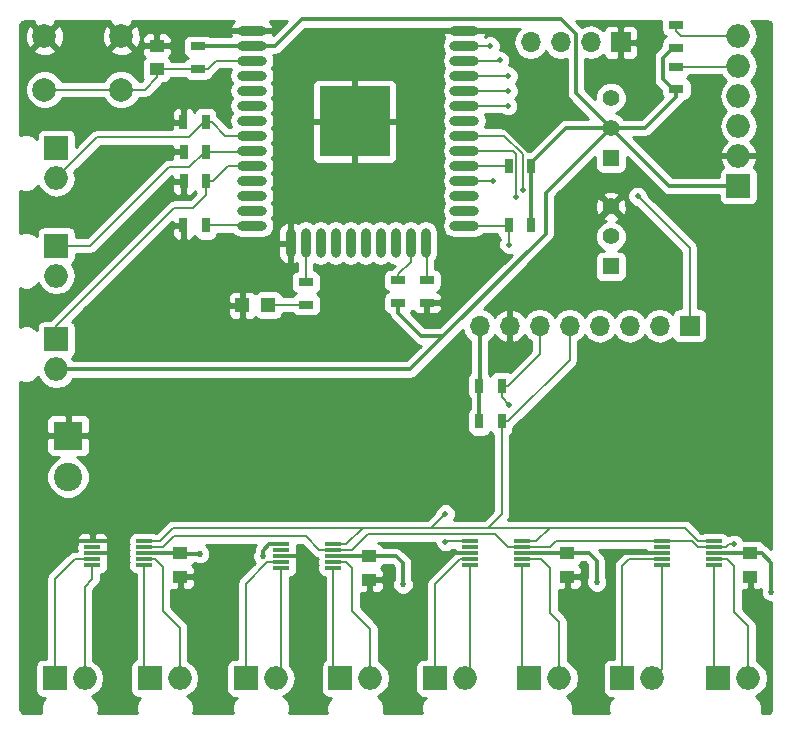
<source format=gbr>
G04 #@! TF.FileFunction,Copper,L1,Top,Signal*
%FSLAX46Y46*%
G04 Gerber Fmt 4.6, Leading zero omitted, Abs format (unit mm)*
G04 Created by KiCad (PCBNEW 4.0.7-e2-6376~58~ubuntu16.04.1) date Wed Sep  5 16:34:56 2018*
%MOMM*%
%LPD*%
G01*
G04 APERTURE LIST*
%ADD10C,0.100000*%
%ADD11R,1.250000X1.000000*%
%ADD12R,1.200000X1.200000*%
%ADD13O,1.998980X1.998980*%
%ADD14R,1.998980X1.998980*%
%ADD15C,2.400000*%
%ADD16R,2.400000X2.400000*%
%ADD17R,1.700000X1.700000*%
%ADD18O,1.700000X1.700000*%
%ADD19R,0.700000X1.300000*%
%ADD20R,1.300000X0.700000*%
%ADD21R,1.397000X1.397000*%
%ADD22C,1.397000*%
%ADD23C,2.000000*%
%ADD24O,2.500000X0.900000*%
%ADD25O,0.900000X2.500000*%
%ADD26R,6.000000X6.000000*%
%ADD27R,1.400000X0.300000*%
%ADD28C,0.520000*%
%ADD29C,0.508000*%
%ADD30C,0.300000*%
%ADD31C,0.175000*%
%ADD32C,0.254000*%
G04 APERTURE END LIST*
D10*
D11*
X134750000Y-52800000D03*
X134750000Y-54800000D03*
X136750000Y-95750000D03*
X136750000Y-97750000D03*
X152750000Y-96000000D03*
X152750000Y-98000000D03*
X169500000Y-95750000D03*
X169500000Y-97750000D03*
X185000000Y-95750000D03*
X185000000Y-97750000D03*
D12*
X144200000Y-74750000D03*
X142000000Y-74750000D03*
D13*
X126250000Y-64000000D03*
D14*
X126250000Y-61460000D03*
D15*
X127250000Y-89300000D03*
D16*
X127250000Y-85800000D03*
D17*
X179870000Y-76500000D03*
D18*
X177330000Y-76500000D03*
X174790000Y-76500000D03*
X172250000Y-76500000D03*
X169710000Y-76500000D03*
X167170000Y-76500000D03*
X164630000Y-76500000D03*
X162090000Y-76500000D03*
D13*
X184000000Y-57040000D03*
D14*
X184000000Y-64660000D03*
D13*
X184000000Y-62120000D03*
X184000000Y-59580000D03*
X184000000Y-54500000D03*
X184000000Y-51960000D03*
X126250000Y-72250000D03*
D14*
X126250000Y-69710000D03*
D13*
X126250000Y-80200000D03*
D14*
X126250000Y-77660000D03*
D17*
X174040000Y-52500000D03*
D18*
X171500000Y-52500000D03*
X168960000Y-52500000D03*
X166420000Y-52500000D03*
D13*
X128640000Y-106350000D03*
D14*
X126100000Y-106350000D03*
D13*
X136700000Y-106350000D03*
D14*
X134160000Y-106350000D03*
D13*
X144840000Y-106350000D03*
D14*
X142300000Y-106350000D03*
D13*
X152840000Y-106350000D03*
D14*
X150300000Y-106350000D03*
D13*
X160840000Y-106350000D03*
D14*
X158300000Y-106350000D03*
D13*
X168840000Y-106350000D03*
D14*
X166300000Y-106350000D03*
D13*
X176700000Y-106350000D03*
D14*
X174160000Y-106350000D03*
D13*
X184840000Y-106350000D03*
D14*
X182300000Y-106350000D03*
D19*
X138900000Y-59250000D03*
X137000000Y-59250000D03*
X137050000Y-61750000D03*
X138950000Y-61750000D03*
X138950000Y-64250000D03*
X137050000Y-64250000D03*
D20*
X155200000Y-72650000D03*
X155200000Y-74550000D03*
X138250000Y-54750000D03*
X138250000Y-52850000D03*
X157600000Y-72650000D03*
X157600000Y-74550000D03*
D19*
X166450000Y-63000000D03*
X164550000Y-63000000D03*
X164550000Y-68000000D03*
X166450000Y-68000000D03*
D20*
X147400000Y-72800000D03*
X147400000Y-74700000D03*
X178750000Y-54550000D03*
X178750000Y-56450000D03*
X178750000Y-51050000D03*
X178750000Y-52950000D03*
D19*
X138900000Y-68000000D03*
X137000000Y-68000000D03*
D21*
X173200000Y-62280000D03*
D22*
X173200000Y-59740000D03*
X173200000Y-57200000D03*
D23*
X131750000Y-52000000D03*
X131750000Y-56500000D03*
X125250000Y-52000000D03*
X125250000Y-56500000D03*
D21*
X173200000Y-71480000D03*
D22*
X173200000Y-68940000D03*
X173200000Y-66400000D03*
D24*
X160800000Y-51500000D03*
X160800000Y-52770000D03*
X160800000Y-54040000D03*
X160800000Y-55310000D03*
X160800000Y-56580000D03*
X160800000Y-57850000D03*
X160800000Y-59120000D03*
X160800000Y-60390000D03*
X160800000Y-61660000D03*
X160800000Y-62930000D03*
X160800000Y-64200000D03*
X160800000Y-65470000D03*
X160800000Y-66740000D03*
X160800000Y-68010000D03*
D25*
X157515000Y-69500000D03*
X156245000Y-69500000D03*
X154975000Y-69500000D03*
X153705000Y-69500000D03*
X152435000Y-69500000D03*
X151165000Y-69500000D03*
X149895000Y-69500000D03*
X148625000Y-69500000D03*
X147355000Y-69500000D03*
X146085000Y-69500000D03*
D24*
X142800000Y-68010000D03*
X142800000Y-66740000D03*
X142800000Y-65470000D03*
X142800000Y-64200000D03*
X142800000Y-62930000D03*
X142800000Y-61660000D03*
X142800000Y-60390000D03*
X142800000Y-59120000D03*
X142800000Y-57850000D03*
X142800000Y-56580000D03*
X142800000Y-55310000D03*
X142800000Y-54040000D03*
X142800000Y-52770000D03*
X142800000Y-51500000D03*
D26*
X151500000Y-59200000D03*
D27*
X129300000Y-94750000D03*
X129300000Y-95250000D03*
X129300000Y-95750000D03*
X129300000Y-96250000D03*
X129300000Y-96750000D03*
X133700000Y-96750000D03*
X133700000Y-96250000D03*
X133700000Y-95750000D03*
X133700000Y-95250000D03*
X133700000Y-94750000D03*
X145300000Y-95000000D03*
X145300000Y-95500000D03*
X145300000Y-96000000D03*
X145300000Y-96500000D03*
X145300000Y-97000000D03*
X149700000Y-97000000D03*
X149700000Y-96500000D03*
X149700000Y-96000000D03*
X149700000Y-95500000D03*
X149700000Y-95000000D03*
X161300000Y-94750000D03*
X161300000Y-95250000D03*
X161300000Y-95750000D03*
X161300000Y-96250000D03*
X161300000Y-96750000D03*
X165700000Y-96750000D03*
X165700000Y-96250000D03*
X165700000Y-95750000D03*
X165700000Y-95250000D03*
X165700000Y-94750000D03*
X177500000Y-94750000D03*
X177500000Y-95250000D03*
X177500000Y-95750000D03*
X177500000Y-96250000D03*
X177500000Y-96750000D03*
X181900000Y-96750000D03*
X181900000Y-96250000D03*
X181900000Y-95750000D03*
X181900000Y-95250000D03*
X181900000Y-94750000D03*
D19*
X162050000Y-84600000D03*
X163950000Y-84600000D03*
X162050000Y-81600000D03*
X163950000Y-81600000D03*
D28*
X164628356Y-78732374D03*
X164628356Y-74387783D03*
X147178959Y-97383601D03*
X186000000Y-76500000D03*
X159500000Y-74500000D03*
X156250000Y-59250000D03*
X151500000Y-54000000D03*
X131250000Y-76750000D03*
X139750000Y-74750000D03*
X135500000Y-61750000D03*
X135750000Y-64750000D03*
X186000000Y-101250000D03*
X170000000Y-101000000D03*
X137000000Y-100500000D03*
X154000000Y-101250000D03*
D29*
X164521785Y-56607188D03*
X164506761Y-55345411D03*
X164557025Y-69620963D03*
D28*
X143750000Y-96000000D03*
X186800000Y-99000000D03*
X155600000Y-98400000D03*
X172000000Y-98200000D03*
X138400000Y-95800000D03*
D29*
X175458146Y-65538086D03*
X163200000Y-64200000D03*
X163000000Y-52800000D03*
X165764652Y-64969287D03*
X165200000Y-65600000D03*
X163800769Y-54038570D03*
X159200000Y-92400000D03*
X159200000Y-94800000D03*
X164476721Y-57868965D03*
X183600000Y-95000000D03*
X164600000Y-83200000D03*
D30*
X166450000Y-63000000D02*
X166450000Y-68000000D01*
X167684446Y-65255554D02*
X168200000Y-64740000D01*
X167684446Y-68712802D02*
X167684446Y-65255554D01*
X158997248Y-77400000D02*
X167684446Y-68712802D01*
X173200000Y-59740000D02*
X168200000Y-64740000D01*
X155200000Y-74550000D02*
X155200000Y-75430058D01*
X155200000Y-75430058D02*
X157169942Y-77400000D01*
X157169942Y-77400000D02*
X158997248Y-77400000D01*
X156197248Y-80200000D02*
X158997248Y-77400000D01*
X126250000Y-80200000D02*
X156197248Y-80200000D01*
X168200000Y-64740000D02*
X167800000Y-65140000D01*
X173200000Y-59740000D02*
X169410000Y-59740000D01*
X166450000Y-62700000D02*
X166450000Y-63000000D01*
X169410000Y-59740000D02*
X166450000Y-62700000D01*
X184000000Y-64660000D02*
X178120000Y-64660000D01*
X178120000Y-64660000D02*
X173200000Y-59740000D01*
X142800000Y-52770000D02*
X138330000Y-52770000D01*
X138330000Y-52770000D02*
X138250000Y-52850000D01*
X173200000Y-59740000D02*
X170232286Y-56772286D01*
X170232286Y-56772286D02*
X170232286Y-51820631D01*
X168962055Y-50550400D02*
X147021708Y-50550400D01*
X170232286Y-51820631D02*
X168962055Y-50550400D01*
X147021708Y-50550400D02*
X144802108Y-52770000D01*
X144802108Y-52770000D02*
X142800000Y-52770000D01*
X178750000Y-56450000D02*
X178450000Y-56450000D01*
X178450000Y-56450000D02*
X177605758Y-55605758D01*
X177605758Y-55605758D02*
X177605758Y-53794242D01*
X177605758Y-53794242D02*
X178450000Y-52950000D01*
X178450000Y-52950000D02*
X178750000Y-52950000D01*
X173200000Y-59740000D02*
X176110000Y-59740000D01*
X176110000Y-59740000D02*
X178750000Y-57100000D01*
X178750000Y-57100000D02*
X178750000Y-56450000D01*
X164630000Y-74389427D02*
X164628356Y-74387783D01*
X164630000Y-76500000D02*
X164630000Y-74389427D01*
X145300000Y-96000000D02*
X146699911Y-96000000D01*
X146699911Y-96000000D02*
X147178959Y-96479048D01*
X147178959Y-96479048D02*
X147178959Y-97015906D01*
X147178959Y-97015906D02*
X147178959Y-97383601D01*
X139750000Y-74750000D02*
X133250000Y-74750000D01*
X186000000Y-62250000D02*
X186000000Y-76500000D01*
X185543492Y-62250000D02*
X186000000Y-62250000D01*
X184000000Y-62120000D02*
X185413492Y-62120000D01*
X185413492Y-62120000D02*
X185543492Y-62250000D01*
X157600000Y-74550000D02*
X159450000Y-74550000D01*
X159450000Y-74550000D02*
X159500000Y-74500000D01*
X151500000Y-59200000D02*
X156200000Y-59200000D01*
X156200000Y-59200000D02*
X156250000Y-59250000D01*
X151500000Y-59200000D02*
X151500000Y-54000000D01*
X133250000Y-74750000D02*
X131250000Y-76750000D01*
X142000000Y-74750000D02*
X139750000Y-74750000D01*
X137050000Y-61750000D02*
X135500000Y-61750000D01*
X136400000Y-64250000D02*
X136250000Y-64250000D01*
X136250000Y-64250000D02*
X135750000Y-64750000D01*
X137050000Y-64250000D02*
X136400000Y-64250000D01*
X177500000Y-95750000D02*
X173750000Y-95750000D01*
X161300000Y-95750000D02*
X159500000Y-95750000D01*
X131000000Y-95750000D02*
X129300000Y-95750000D01*
X129300000Y-94750000D02*
X127750000Y-94750000D01*
X129300000Y-94750000D02*
X131750000Y-94750000D01*
X185000000Y-100500000D02*
X185250000Y-100500000D01*
X185250000Y-100500000D02*
X186000000Y-101250000D01*
X185000000Y-97750000D02*
X185000000Y-100500000D01*
X169500000Y-100500000D02*
X170000000Y-101000000D01*
X169500000Y-97750000D02*
X169500000Y-100500000D01*
X136750000Y-98550000D02*
X136750000Y-100250000D01*
X136750000Y-100250000D02*
X137000000Y-100500000D01*
X136750000Y-97750000D02*
X136750000Y-98550000D01*
X152750000Y-98800000D02*
X152750000Y-100000000D01*
X152750000Y-100000000D02*
X154000000Y-101250000D01*
X152750000Y-98000000D02*
X152750000Y-98800000D01*
D31*
X134750000Y-54800000D02*
X134750000Y-55475000D01*
X134750000Y-55475000D02*
X133725000Y-56500000D01*
X133725000Y-56500000D02*
X133164213Y-56500000D01*
X133164213Y-56500000D02*
X131750000Y-56500000D01*
X131750000Y-56500000D02*
X125250000Y-56500000D01*
X134750000Y-54800000D02*
X138200000Y-54800000D01*
X138200000Y-54800000D02*
X138250000Y-54750000D01*
X138250000Y-54750000D02*
X139075000Y-54750000D01*
X139075000Y-54750000D02*
X139785000Y-54040000D01*
X139785000Y-54040000D02*
X141375000Y-54040000D01*
X141375000Y-54040000D02*
X142800000Y-54040000D01*
X134800000Y-54950000D02*
X134750000Y-55000000D01*
X138950000Y-61750000D02*
X138825135Y-61750000D01*
X138825135Y-61750000D02*
X137495616Y-63079519D01*
X137495616Y-63079519D02*
X135764340Y-63079519D01*
X135764340Y-63079519D02*
X129133859Y-69710000D01*
X129133859Y-69710000D02*
X126250000Y-69710000D01*
X138950000Y-61750000D02*
X142710000Y-61750000D01*
X142710000Y-61750000D02*
X142800000Y-61660000D01*
X138950000Y-64250000D02*
X138950000Y-65404711D01*
X136235510Y-66500000D02*
X126250000Y-76485510D01*
X138950000Y-65404711D02*
X137854711Y-66500000D01*
X137854711Y-66500000D02*
X136235510Y-66500000D01*
X126250000Y-76485510D02*
X126250000Y-77660000D01*
X138950000Y-64250000D02*
X139475000Y-64250000D01*
X139475000Y-64250000D02*
X140795000Y-62930000D01*
X140795000Y-62930000D02*
X141375000Y-62930000D01*
X141375000Y-62930000D02*
X142800000Y-62930000D01*
X164494597Y-56580000D02*
X164521785Y-56607188D01*
X160800000Y-56580000D02*
X164494597Y-56580000D01*
X164471350Y-55310000D02*
X164506761Y-55345411D01*
X160800000Y-55310000D02*
X164471350Y-55310000D01*
X155200000Y-72650000D02*
X155200000Y-72125000D01*
X155200000Y-72125000D02*
X156245000Y-71080000D01*
X156245000Y-71080000D02*
X156245000Y-70925000D01*
X156245000Y-70925000D02*
X156245000Y-69500000D01*
X157600000Y-72650000D02*
X157600000Y-69585000D01*
X157600000Y-69585000D02*
X157515000Y-69500000D01*
X164550000Y-69613938D02*
X164557025Y-69620963D01*
X164550000Y-68000000D02*
X164550000Y-69613938D01*
X173200000Y-68940000D02*
X172983319Y-69156681D01*
X160800000Y-68010000D02*
X164540000Y-68010000D01*
X164540000Y-68010000D02*
X164550000Y-68000000D01*
X147400000Y-74700000D02*
X144250000Y-74700000D01*
X144250000Y-74700000D02*
X144200000Y-74750000D01*
X178750000Y-54550000D02*
X183950000Y-54550000D01*
X183950000Y-54550000D02*
X184000000Y-54500000D01*
X184000000Y-51960000D02*
X179135000Y-51960000D01*
X179135000Y-51960000D02*
X178750000Y-51575000D01*
X178750000Y-51575000D02*
X178750000Y-51050000D01*
X160800000Y-62930000D02*
X164480000Y-62930000D01*
X164480000Y-62930000D02*
X164550000Y-63000000D01*
X147355000Y-69500000D02*
X147355000Y-72755000D01*
X147355000Y-72755000D02*
X147400000Y-72800000D01*
X138900000Y-68000000D02*
X142790000Y-68000000D01*
X142790000Y-68000000D02*
X142800000Y-68010000D01*
D30*
X145300000Y-95000000D02*
X144300000Y-95000000D01*
X144300000Y-95000000D02*
X143750000Y-95550000D01*
X143750000Y-95550000D02*
X143750000Y-96000000D01*
X186800000Y-99000000D02*
X186800000Y-96548595D01*
X186800000Y-96548595D02*
X186001405Y-95750000D01*
X186001405Y-95750000D02*
X185000000Y-95750000D01*
X155600000Y-96600000D02*
X155000000Y-96000000D01*
X155000000Y-96000000D02*
X152750000Y-96000000D01*
X155600000Y-98400000D02*
X155600000Y-96600000D01*
X172000000Y-96400000D02*
X171350000Y-95750000D01*
X171350000Y-95750000D02*
X169500000Y-95750000D01*
X172000000Y-98200000D02*
X172000000Y-96400000D01*
X138400000Y-95800000D02*
X136800000Y-95800000D01*
X136800000Y-95800000D02*
X136750000Y-95750000D01*
X181900000Y-95750000D02*
X185000000Y-95750000D01*
X165700000Y-95750000D02*
X166700000Y-95750000D01*
X166700000Y-95750000D02*
X169500000Y-95750000D01*
X152750000Y-96000000D02*
X149700000Y-96000000D01*
X133700000Y-95750000D02*
X134700000Y-95750000D01*
X134700000Y-95750000D02*
X136750000Y-95750000D01*
X162050000Y-84600000D02*
X162050000Y-81600000D01*
X162090000Y-76500000D02*
X162090000Y-81560000D01*
X162090000Y-81560000D02*
X162050000Y-81600000D01*
D31*
X138900000Y-59250000D02*
X138745867Y-59250000D01*
X138745867Y-59250000D02*
X137443432Y-60552435D01*
X127249489Y-63000511D02*
X126250000Y-64000000D01*
X137443432Y-60552435D02*
X129697565Y-60552435D01*
X129697565Y-60552435D02*
X127249489Y-63000511D01*
X138900000Y-59250000D02*
X139425000Y-59250000D01*
X139425000Y-59250000D02*
X140565000Y-60390000D01*
X140565000Y-60390000D02*
X141375000Y-60390000D01*
X141375000Y-60390000D02*
X142800000Y-60390000D01*
X175712145Y-65792085D02*
X175458146Y-65538086D01*
X179870000Y-69949940D02*
X175712145Y-65792085D01*
X179870000Y-76500000D02*
X179870000Y-69949940D01*
X163200000Y-64200000D02*
X160800000Y-64200000D01*
X160800000Y-52770000D02*
X162970000Y-52770000D01*
X162970000Y-52770000D02*
X163000000Y-52800000D01*
X165764652Y-61972209D02*
X165764652Y-64610077D01*
X160800000Y-60390000D02*
X164182443Y-60390000D01*
X165764652Y-64610077D02*
X165764652Y-64969287D01*
X164182443Y-60390000D02*
X165764652Y-61972209D01*
X165200000Y-61945481D02*
X165200000Y-65600000D01*
X164914519Y-61660000D02*
X165200000Y-61945481D01*
X160800000Y-61660000D02*
X164914519Y-61660000D01*
X163799339Y-54040000D02*
X163800769Y-54038570D01*
X160800000Y-54040000D02*
X163799339Y-54040000D01*
X159200000Y-92400000D02*
X157969291Y-93630709D01*
X157969291Y-93630709D02*
X157605183Y-93630709D01*
X157605183Y-93630709D02*
X157600000Y-93625526D01*
X152800000Y-93625526D02*
X157600000Y-93625526D01*
X157600000Y-93625526D02*
X162800000Y-93625526D01*
X161300000Y-94750000D02*
X159250000Y-94750000D01*
X159250000Y-94750000D02*
X159200000Y-94800000D01*
X162800000Y-93625526D02*
X164000000Y-93625526D01*
X163950000Y-84600000D02*
X163950000Y-92475526D01*
X163950000Y-92475526D02*
X162800000Y-93625526D01*
X164000000Y-93625526D02*
X168800000Y-93625526D01*
X163950000Y-84600000D02*
X164475000Y-84600000D01*
X164475000Y-84600000D02*
X169710000Y-79365000D01*
X169710000Y-79365000D02*
X169710000Y-77702081D01*
X169710000Y-77702081D02*
X169710000Y-76500000D01*
X180570745Y-94750000D02*
X181900000Y-94750000D01*
X168800000Y-93625526D02*
X179446271Y-93625526D01*
X179446271Y-93625526D02*
X180570745Y-94750000D01*
X165700000Y-94750000D02*
X166886339Y-94750000D01*
X166886339Y-94750000D02*
X168010813Y-93625526D01*
X168010813Y-93625526D02*
X168800000Y-93625526D01*
X149700000Y-95000000D02*
X150808514Y-95000000D01*
X150808514Y-95000000D02*
X152182988Y-93625526D01*
X152182988Y-93625526D02*
X152800000Y-93625526D01*
X136121408Y-93625526D02*
X152800000Y-93625526D01*
X133700000Y-94750000D02*
X134996934Y-94750000D01*
X134996934Y-94750000D02*
X136121408Y-93625526D01*
X164457756Y-57850000D02*
X164476721Y-57868965D01*
X160800000Y-57850000D02*
X164457756Y-57850000D01*
X183600000Y-95000000D02*
X183240790Y-95000000D01*
X183240790Y-95000000D02*
X182990790Y-95250000D01*
X182990790Y-95250000D02*
X182775000Y-95250000D01*
X182775000Y-95250000D02*
X181900000Y-95250000D01*
X163950000Y-81600000D02*
X163950000Y-82550000D01*
X163950000Y-82550000D02*
X164600000Y-83200000D01*
X163950000Y-81600000D02*
X164475000Y-81600000D01*
X164475000Y-81600000D02*
X167170000Y-78905000D01*
X167170000Y-78905000D02*
X167170000Y-77702081D01*
X167170000Y-77702081D02*
X167170000Y-76500000D01*
X133700000Y-95250000D02*
X135271156Y-95250000D01*
X135271156Y-95250000D02*
X136189362Y-94331794D01*
X136189362Y-94331794D02*
X147360848Y-94331794D01*
X147360848Y-94331794D02*
X148529054Y-95500000D01*
X148529054Y-95500000D02*
X149700000Y-95500000D01*
X149700000Y-95500000D02*
X151281591Y-95500000D01*
X151281591Y-95500000D02*
X152621451Y-94160140D01*
X152621451Y-94160140D02*
X163422540Y-94160140D01*
X163422540Y-94160140D02*
X164512400Y-95250000D01*
X164512400Y-95250000D02*
X165700000Y-95250000D01*
X165700000Y-95250000D02*
X168043551Y-95250000D01*
X168043551Y-95250000D02*
X168543551Y-94750000D01*
X168543551Y-94750000D02*
X176625000Y-94750000D01*
X176625000Y-94750000D02*
X177500000Y-94750000D01*
X181025000Y-95250000D02*
X181900000Y-95250000D01*
X180607717Y-95250000D02*
X181025000Y-95250000D01*
X177500000Y-94750000D02*
X180107717Y-94750000D01*
X180107717Y-94750000D02*
X180607717Y-95250000D01*
X128640000Y-98610000D02*
X129300000Y-97950000D01*
X129300000Y-97950000D02*
X129300000Y-96750000D01*
X128640000Y-106350000D02*
X128640000Y-98610000D01*
X126100000Y-106350000D02*
X126100000Y-97944163D01*
X126100000Y-97944163D02*
X127794163Y-96250000D01*
X127794163Y-96250000D02*
X129300000Y-96250000D01*
X133700000Y-96250000D02*
X134575000Y-96250000D01*
X134575000Y-96250000D02*
X135248774Y-96923774D01*
X135248774Y-96923774D02*
X135248774Y-100620646D01*
X135248774Y-100620646D02*
X136700000Y-102071872D01*
X136700000Y-102071872D02*
X136700000Y-106350000D01*
X133700000Y-96750000D02*
X133700000Y-105883367D01*
X133700000Y-105883367D02*
X134160000Y-106343367D01*
X134160000Y-106343367D02*
X134160000Y-106350000D01*
X145300000Y-105890000D02*
X144840000Y-106350000D01*
X145300000Y-97000000D02*
X145300000Y-105890000D01*
X142300000Y-106350000D02*
X142300000Y-98321838D01*
X142300000Y-98321838D02*
X144121838Y-96500000D01*
X144121838Y-96500000D02*
X145300000Y-96500000D01*
X149700000Y-96500000D02*
X150773914Y-96500000D01*
X150773914Y-96500000D02*
X151299451Y-97025537D01*
X151299451Y-97025537D02*
X151299451Y-100628919D01*
X151299451Y-100628919D02*
X152840000Y-102169468D01*
X152840000Y-102169468D02*
X152840000Y-106350000D01*
X149700000Y-97000000D02*
X149700000Y-105750000D01*
X149700000Y-105750000D02*
X150300000Y-106350000D01*
X161300000Y-96750000D02*
X161300000Y-105890000D01*
X161300000Y-105890000D02*
X160840000Y-106350000D01*
X158300000Y-106350000D02*
X158300000Y-98375000D01*
X158300000Y-98375000D02*
X160425000Y-96250000D01*
X160425000Y-96250000D02*
X161300000Y-96250000D01*
X165700000Y-96250000D02*
X167325855Y-96250000D01*
X167325855Y-96250000D02*
X168080084Y-97004229D01*
X168840000Y-101555398D02*
X168840000Y-106350000D01*
X168080084Y-97004229D02*
X168080084Y-100795482D01*
X168080084Y-100795482D02*
X168840000Y-101555398D01*
X165700000Y-96750000D02*
X165700000Y-105750000D01*
X165700000Y-105750000D02*
X166300000Y-106350000D01*
X177500000Y-96750000D02*
X177500000Y-105550000D01*
X177500000Y-105550000D02*
X176700000Y-106350000D01*
X174160000Y-106350000D02*
X174160000Y-96808178D01*
X176625000Y-96250000D02*
X177500000Y-96250000D01*
X174160000Y-96808178D02*
X174718178Y-96250000D01*
X174718178Y-96250000D02*
X176625000Y-96250000D01*
X181900000Y-96250000D02*
X183032901Y-96250000D01*
X183032901Y-96250000D02*
X183650133Y-96867232D01*
X183650133Y-96867232D02*
X183650133Y-100738897D01*
X183650133Y-100738897D02*
X184840000Y-101928764D01*
X184840000Y-101928764D02*
X184840000Y-106350000D01*
X181900000Y-96750000D02*
X181900000Y-105950000D01*
X181900000Y-105950000D02*
X182300000Y-106350000D01*
D32*
G36*
X176165000Y-95473690D02*
X176165000Y-95516250D01*
X176176250Y-95527500D01*
X174718183Y-95527500D01*
X174718178Y-95527499D01*
X174441689Y-95582497D01*
X174207293Y-95739115D01*
X173649115Y-96297293D01*
X173492497Y-96531689D01*
X173437500Y-96808178D01*
X173437500Y-104703070D01*
X173160510Y-104703070D01*
X172925193Y-104747348D01*
X172709069Y-104886420D01*
X172564079Y-105098620D01*
X172513070Y-105350510D01*
X172513070Y-107349490D01*
X172557348Y-107584807D01*
X172696420Y-107800931D01*
X172908620Y-107945921D01*
X173160510Y-107996930D01*
X173377322Y-107996930D01*
X173155991Y-108217875D01*
X172975206Y-108653255D01*
X172974794Y-109124677D01*
X173043104Y-109290000D01*
X169957005Y-109290000D01*
X170024794Y-109126745D01*
X170025206Y-108655323D01*
X169845180Y-108219628D01*
X169512125Y-107885991D01*
X169465189Y-107866502D01*
X169497514Y-107860072D01*
X170027781Y-107505759D01*
X170382094Y-106975492D01*
X170506512Y-106350000D01*
X170382094Y-105724508D01*
X170027781Y-105194241D01*
X169562500Y-104883350D01*
X169562500Y-101555403D01*
X169562501Y-101555398D01*
X169512965Y-101306367D01*
X169507503Y-101278909D01*
X169350885Y-101044513D01*
X169350882Y-101044511D01*
X168802584Y-100496212D01*
X168802584Y-98885000D01*
X169214250Y-98885000D01*
X169373000Y-98726250D01*
X169373000Y-97877000D01*
X169627000Y-97877000D01*
X169627000Y-98726250D01*
X169785750Y-98885000D01*
X170251310Y-98885000D01*
X170484699Y-98788327D01*
X170663327Y-98609698D01*
X170760000Y-98376309D01*
X170760000Y-98035750D01*
X170601250Y-97877000D01*
X169627000Y-97877000D01*
X169373000Y-97877000D01*
X169353000Y-97877000D01*
X169353000Y-97623000D01*
X169373000Y-97623000D01*
X169373000Y-97603000D01*
X169627000Y-97603000D01*
X169627000Y-97623000D01*
X170601250Y-97623000D01*
X170760000Y-97464250D01*
X170760000Y-97123691D01*
X170663327Y-96890302D01*
X170522090Y-96749064D01*
X170576441Y-96714090D01*
X170698808Y-96535000D01*
X171024842Y-96535000D01*
X171215000Y-96725158D01*
X171215000Y-97756657D01*
X171105156Y-98021192D01*
X171104845Y-98377245D01*
X171240814Y-98706314D01*
X171492361Y-98958302D01*
X171821192Y-99094844D01*
X172177245Y-99095155D01*
X172506314Y-98959186D01*
X172758302Y-98707639D01*
X172894844Y-98378808D01*
X172895155Y-98022755D01*
X172785000Y-97756160D01*
X172785000Y-96400000D01*
X172725245Y-96099594D01*
X172555079Y-95844921D01*
X172182658Y-95472500D01*
X176165493Y-95472500D01*
X176165000Y-95473690D01*
X176165000Y-95473690D01*
G37*
X176165000Y-95473690D02*
X176165000Y-95516250D01*
X176176250Y-95527500D01*
X174718183Y-95527500D01*
X174718178Y-95527499D01*
X174441689Y-95582497D01*
X174207293Y-95739115D01*
X173649115Y-96297293D01*
X173492497Y-96531689D01*
X173437500Y-96808178D01*
X173437500Y-104703070D01*
X173160510Y-104703070D01*
X172925193Y-104747348D01*
X172709069Y-104886420D01*
X172564079Y-105098620D01*
X172513070Y-105350510D01*
X172513070Y-107349490D01*
X172557348Y-107584807D01*
X172696420Y-107800931D01*
X172908620Y-107945921D01*
X173160510Y-107996930D01*
X173377322Y-107996930D01*
X173155991Y-108217875D01*
X172975206Y-108653255D01*
X172974794Y-109124677D01*
X173043104Y-109290000D01*
X169957005Y-109290000D01*
X170024794Y-109126745D01*
X170025206Y-108655323D01*
X169845180Y-108219628D01*
X169512125Y-107885991D01*
X169465189Y-107866502D01*
X169497514Y-107860072D01*
X170027781Y-107505759D01*
X170382094Y-106975492D01*
X170506512Y-106350000D01*
X170382094Y-105724508D01*
X170027781Y-105194241D01*
X169562500Y-104883350D01*
X169562500Y-101555403D01*
X169562501Y-101555398D01*
X169512965Y-101306367D01*
X169507503Y-101278909D01*
X169350885Y-101044513D01*
X169350882Y-101044511D01*
X168802584Y-100496212D01*
X168802584Y-98885000D01*
X169214250Y-98885000D01*
X169373000Y-98726250D01*
X169373000Y-97877000D01*
X169627000Y-97877000D01*
X169627000Y-98726250D01*
X169785750Y-98885000D01*
X170251310Y-98885000D01*
X170484699Y-98788327D01*
X170663327Y-98609698D01*
X170760000Y-98376309D01*
X170760000Y-98035750D01*
X170601250Y-97877000D01*
X169627000Y-97877000D01*
X169373000Y-97877000D01*
X169353000Y-97877000D01*
X169353000Y-97623000D01*
X169373000Y-97623000D01*
X169373000Y-97603000D01*
X169627000Y-97603000D01*
X169627000Y-97623000D01*
X170601250Y-97623000D01*
X170760000Y-97464250D01*
X170760000Y-97123691D01*
X170663327Y-96890302D01*
X170522090Y-96749064D01*
X170576441Y-96714090D01*
X170698808Y-96535000D01*
X171024842Y-96535000D01*
X171215000Y-96725158D01*
X171215000Y-97756657D01*
X171105156Y-98021192D01*
X171104845Y-98377245D01*
X171240814Y-98706314D01*
X171492361Y-98958302D01*
X171821192Y-99094844D01*
X172177245Y-99095155D01*
X172506314Y-98959186D01*
X172758302Y-98707639D01*
X172894844Y-98378808D01*
X172895155Y-98022755D01*
X172785000Y-97756160D01*
X172785000Y-96400000D01*
X172725245Y-96099594D01*
X172555079Y-95844921D01*
X172182658Y-95472500D01*
X176165493Y-95472500D01*
X176165000Y-95473690D01*
G36*
X160718039Y-77097378D02*
X161039946Y-77579147D01*
X161305000Y-77756250D01*
X161305000Y-80449591D01*
X161248559Y-80485910D01*
X161103569Y-80698110D01*
X161052560Y-80950000D01*
X161052560Y-82250000D01*
X161096838Y-82485317D01*
X161235910Y-82701441D01*
X161265000Y-82721317D01*
X161265000Y-83475331D01*
X161248559Y-83485910D01*
X161103569Y-83698110D01*
X161052560Y-83950000D01*
X161052560Y-85250000D01*
X161096838Y-85485317D01*
X161235910Y-85701441D01*
X161448110Y-85846431D01*
X161700000Y-85897440D01*
X162400000Y-85897440D01*
X162635317Y-85853162D01*
X162851441Y-85714090D01*
X162996431Y-85501890D01*
X162999081Y-85488803D01*
X163135910Y-85701441D01*
X163227500Y-85764022D01*
X163227500Y-92176257D01*
X162500730Y-92903026D01*
X159953720Y-92903026D01*
X160088846Y-92577609D01*
X160089154Y-92223943D01*
X159954097Y-91897080D01*
X159704236Y-91646782D01*
X159377609Y-91511154D01*
X159023943Y-91510846D01*
X158697080Y-91645903D01*
X158446782Y-91895764D01*
X158311154Y-92222391D01*
X158311115Y-92267116D01*
X157675204Y-92903026D01*
X152182993Y-92903026D01*
X152182988Y-92903025D01*
X152182983Y-92903026D01*
X136121408Y-92903026D01*
X135844919Y-92958023D01*
X135610523Y-93114641D01*
X135610521Y-93114644D01*
X134697664Y-94027500D01*
X134686914Y-94027500D01*
X134651890Y-94003569D01*
X134400000Y-93952560D01*
X133000000Y-93952560D01*
X132764683Y-93996838D01*
X132548559Y-94135910D01*
X132403569Y-94348110D01*
X132352560Y-94600000D01*
X132352560Y-94900000D01*
X132372067Y-95003671D01*
X132352560Y-95100000D01*
X132352560Y-95400000D01*
X132372067Y-95503671D01*
X132352560Y-95600000D01*
X132352560Y-95900000D01*
X132372067Y-96003671D01*
X132352560Y-96100000D01*
X132352560Y-96400000D01*
X132372067Y-96503671D01*
X132352560Y-96600000D01*
X132352560Y-96900000D01*
X132396838Y-97135317D01*
X132535910Y-97351441D01*
X132748110Y-97496431D01*
X132977500Y-97542884D01*
X132977500Y-104737506D01*
X132925193Y-104747348D01*
X132709069Y-104886420D01*
X132564079Y-105098620D01*
X132513070Y-105350510D01*
X132513070Y-107349490D01*
X132557348Y-107584807D01*
X132696420Y-107800931D01*
X132908620Y-107945921D01*
X133160510Y-107996930D01*
X133377322Y-107996930D01*
X133155991Y-108217875D01*
X132975206Y-108653255D01*
X132974794Y-109124677D01*
X133043104Y-109290000D01*
X129757005Y-109290000D01*
X129824794Y-109126745D01*
X129825206Y-108655323D01*
X129645180Y-108219628D01*
X129312125Y-107885991D01*
X129265189Y-107866502D01*
X129297514Y-107860072D01*
X129827781Y-107505759D01*
X130182094Y-106975492D01*
X130306512Y-106350000D01*
X130182094Y-105724508D01*
X129827781Y-105194241D01*
X129362500Y-104883350D01*
X129362500Y-98909270D01*
X129810885Y-98460885D01*
X129967503Y-98226489D01*
X130022501Y-97950000D01*
X130022500Y-97949995D01*
X130022500Y-97543206D01*
X130235317Y-97503162D01*
X130451441Y-97364090D01*
X130596431Y-97151890D01*
X130647440Y-96900000D01*
X130647440Y-96600000D01*
X130627933Y-96496329D01*
X130647440Y-96400000D01*
X130647440Y-96100000D01*
X130634020Y-96028677D01*
X130635000Y-96026310D01*
X130635000Y-95983750D01*
X130623379Y-95972129D01*
X130603162Y-95864683D01*
X130529380Y-95750022D01*
X130596431Y-95651890D01*
X130621080Y-95530170D01*
X130635000Y-95516250D01*
X130635000Y-95473690D01*
X130633333Y-95469665D01*
X130647440Y-95400000D01*
X130647440Y-95100000D01*
X130634020Y-95028677D01*
X130635000Y-95026310D01*
X130635000Y-94983750D01*
X130623379Y-94972129D01*
X130603162Y-94864683D01*
X130479204Y-94672046D01*
X130635000Y-94516250D01*
X130635000Y-94473690D01*
X130538327Y-94240301D01*
X130359698Y-94061673D01*
X130126309Y-93965000D01*
X129585750Y-93965000D01*
X129427000Y-94123750D01*
X129427000Y-94452560D01*
X129173000Y-94452560D01*
X129173000Y-94123750D01*
X129014250Y-93965000D01*
X128473691Y-93965000D01*
X128240302Y-94061673D01*
X128061673Y-94240301D01*
X127965000Y-94473690D01*
X127965000Y-94516250D01*
X128122621Y-94673871D01*
X128003569Y-94848110D01*
X127978920Y-94969830D01*
X127965000Y-94983750D01*
X127965000Y-95026310D01*
X127966667Y-95030335D01*
X127952560Y-95100000D01*
X127952560Y-95400000D01*
X127965980Y-95471323D01*
X127965000Y-95473690D01*
X127965000Y-95516250D01*
X127976250Y-95527500D01*
X127794163Y-95527500D01*
X127517674Y-95582497D01*
X127283278Y-95739115D01*
X127283276Y-95739118D01*
X125589115Y-97433278D01*
X125432497Y-97667674D01*
X125377500Y-97944163D01*
X125377500Y-104703070D01*
X125100510Y-104703070D01*
X124865193Y-104747348D01*
X124649069Y-104886420D01*
X124504079Y-105098620D01*
X124453070Y-105350510D01*
X124453070Y-107349490D01*
X124497348Y-107584807D01*
X124636420Y-107800931D01*
X124848620Y-107945921D01*
X125100510Y-107996930D01*
X125317322Y-107996930D01*
X125095991Y-108217875D01*
X124915206Y-108653255D01*
X124914794Y-109124677D01*
X124983104Y-109290000D01*
X123569930Y-109290000D01*
X123394345Y-109255074D01*
X123304774Y-109195225D01*
X123244926Y-109105655D01*
X123210000Y-108930070D01*
X123210000Y-89663403D01*
X125414682Y-89663403D01*
X125693455Y-90338086D01*
X126209199Y-90854730D01*
X126883395Y-91134681D01*
X127613403Y-91135318D01*
X128288086Y-90856545D01*
X128804730Y-90340801D01*
X129084681Y-89666605D01*
X129085318Y-88936597D01*
X128806545Y-88261914D01*
X128290801Y-87745270D01*
X128025242Y-87635000D01*
X128576310Y-87635000D01*
X128809699Y-87538327D01*
X128988327Y-87359698D01*
X129085000Y-87126309D01*
X129085000Y-86085750D01*
X128926250Y-85927000D01*
X127377000Y-85927000D01*
X127377000Y-85947000D01*
X127123000Y-85947000D01*
X127123000Y-85927000D01*
X125573750Y-85927000D01*
X125415000Y-86085750D01*
X125415000Y-87126309D01*
X125511673Y-87359698D01*
X125690301Y-87538327D01*
X125923690Y-87635000D01*
X126474395Y-87635000D01*
X126211914Y-87743455D01*
X125695270Y-88259199D01*
X125415319Y-88933395D01*
X125414682Y-89663403D01*
X123210000Y-89663403D01*
X123210000Y-84473691D01*
X125415000Y-84473691D01*
X125415000Y-85514250D01*
X125573750Y-85673000D01*
X127123000Y-85673000D01*
X127123000Y-84123750D01*
X127377000Y-84123750D01*
X127377000Y-85673000D01*
X128926250Y-85673000D01*
X129085000Y-85514250D01*
X129085000Y-84473691D01*
X128988327Y-84240302D01*
X128809699Y-84061673D01*
X128576310Y-83965000D01*
X127535750Y-83965000D01*
X127377000Y-84123750D01*
X127123000Y-84123750D01*
X126964250Y-83965000D01*
X125923690Y-83965000D01*
X125690301Y-84061673D01*
X125511673Y-84240302D01*
X125415000Y-84473691D01*
X123210000Y-84473691D01*
X123210000Y-81275481D01*
X123473255Y-81384794D01*
X123944677Y-81385206D01*
X124380372Y-81205180D01*
X124714009Y-80872125D01*
X124733498Y-80825189D01*
X124739928Y-80857514D01*
X125094241Y-81387781D01*
X125624508Y-81742094D01*
X126250000Y-81866512D01*
X126875492Y-81742094D01*
X127405759Y-81387781D01*
X127674889Y-80985000D01*
X156197248Y-80985000D01*
X156497655Y-80925245D01*
X156752327Y-80755079D01*
X160666937Y-76840469D01*
X160718039Y-77097378D01*
X160718039Y-77097378D01*
G37*
X160718039Y-77097378D02*
X161039946Y-77579147D01*
X161305000Y-77756250D01*
X161305000Y-80449591D01*
X161248559Y-80485910D01*
X161103569Y-80698110D01*
X161052560Y-80950000D01*
X161052560Y-82250000D01*
X161096838Y-82485317D01*
X161235910Y-82701441D01*
X161265000Y-82721317D01*
X161265000Y-83475331D01*
X161248559Y-83485910D01*
X161103569Y-83698110D01*
X161052560Y-83950000D01*
X161052560Y-85250000D01*
X161096838Y-85485317D01*
X161235910Y-85701441D01*
X161448110Y-85846431D01*
X161700000Y-85897440D01*
X162400000Y-85897440D01*
X162635317Y-85853162D01*
X162851441Y-85714090D01*
X162996431Y-85501890D01*
X162999081Y-85488803D01*
X163135910Y-85701441D01*
X163227500Y-85764022D01*
X163227500Y-92176257D01*
X162500730Y-92903026D01*
X159953720Y-92903026D01*
X160088846Y-92577609D01*
X160089154Y-92223943D01*
X159954097Y-91897080D01*
X159704236Y-91646782D01*
X159377609Y-91511154D01*
X159023943Y-91510846D01*
X158697080Y-91645903D01*
X158446782Y-91895764D01*
X158311154Y-92222391D01*
X158311115Y-92267116D01*
X157675204Y-92903026D01*
X152182993Y-92903026D01*
X152182988Y-92903025D01*
X152182983Y-92903026D01*
X136121408Y-92903026D01*
X135844919Y-92958023D01*
X135610523Y-93114641D01*
X135610521Y-93114644D01*
X134697664Y-94027500D01*
X134686914Y-94027500D01*
X134651890Y-94003569D01*
X134400000Y-93952560D01*
X133000000Y-93952560D01*
X132764683Y-93996838D01*
X132548559Y-94135910D01*
X132403569Y-94348110D01*
X132352560Y-94600000D01*
X132352560Y-94900000D01*
X132372067Y-95003671D01*
X132352560Y-95100000D01*
X132352560Y-95400000D01*
X132372067Y-95503671D01*
X132352560Y-95600000D01*
X132352560Y-95900000D01*
X132372067Y-96003671D01*
X132352560Y-96100000D01*
X132352560Y-96400000D01*
X132372067Y-96503671D01*
X132352560Y-96600000D01*
X132352560Y-96900000D01*
X132396838Y-97135317D01*
X132535910Y-97351441D01*
X132748110Y-97496431D01*
X132977500Y-97542884D01*
X132977500Y-104737506D01*
X132925193Y-104747348D01*
X132709069Y-104886420D01*
X132564079Y-105098620D01*
X132513070Y-105350510D01*
X132513070Y-107349490D01*
X132557348Y-107584807D01*
X132696420Y-107800931D01*
X132908620Y-107945921D01*
X133160510Y-107996930D01*
X133377322Y-107996930D01*
X133155991Y-108217875D01*
X132975206Y-108653255D01*
X132974794Y-109124677D01*
X133043104Y-109290000D01*
X129757005Y-109290000D01*
X129824794Y-109126745D01*
X129825206Y-108655323D01*
X129645180Y-108219628D01*
X129312125Y-107885991D01*
X129265189Y-107866502D01*
X129297514Y-107860072D01*
X129827781Y-107505759D01*
X130182094Y-106975492D01*
X130306512Y-106350000D01*
X130182094Y-105724508D01*
X129827781Y-105194241D01*
X129362500Y-104883350D01*
X129362500Y-98909270D01*
X129810885Y-98460885D01*
X129967503Y-98226489D01*
X130022501Y-97950000D01*
X130022500Y-97949995D01*
X130022500Y-97543206D01*
X130235317Y-97503162D01*
X130451441Y-97364090D01*
X130596431Y-97151890D01*
X130647440Y-96900000D01*
X130647440Y-96600000D01*
X130627933Y-96496329D01*
X130647440Y-96400000D01*
X130647440Y-96100000D01*
X130634020Y-96028677D01*
X130635000Y-96026310D01*
X130635000Y-95983750D01*
X130623379Y-95972129D01*
X130603162Y-95864683D01*
X130529380Y-95750022D01*
X130596431Y-95651890D01*
X130621080Y-95530170D01*
X130635000Y-95516250D01*
X130635000Y-95473690D01*
X130633333Y-95469665D01*
X130647440Y-95400000D01*
X130647440Y-95100000D01*
X130634020Y-95028677D01*
X130635000Y-95026310D01*
X130635000Y-94983750D01*
X130623379Y-94972129D01*
X130603162Y-94864683D01*
X130479204Y-94672046D01*
X130635000Y-94516250D01*
X130635000Y-94473690D01*
X130538327Y-94240301D01*
X130359698Y-94061673D01*
X130126309Y-93965000D01*
X129585750Y-93965000D01*
X129427000Y-94123750D01*
X129427000Y-94452560D01*
X129173000Y-94452560D01*
X129173000Y-94123750D01*
X129014250Y-93965000D01*
X128473691Y-93965000D01*
X128240302Y-94061673D01*
X128061673Y-94240301D01*
X127965000Y-94473690D01*
X127965000Y-94516250D01*
X128122621Y-94673871D01*
X128003569Y-94848110D01*
X127978920Y-94969830D01*
X127965000Y-94983750D01*
X127965000Y-95026310D01*
X127966667Y-95030335D01*
X127952560Y-95100000D01*
X127952560Y-95400000D01*
X127965980Y-95471323D01*
X127965000Y-95473690D01*
X127965000Y-95516250D01*
X127976250Y-95527500D01*
X127794163Y-95527500D01*
X127517674Y-95582497D01*
X127283278Y-95739115D01*
X127283276Y-95739118D01*
X125589115Y-97433278D01*
X125432497Y-97667674D01*
X125377500Y-97944163D01*
X125377500Y-104703070D01*
X125100510Y-104703070D01*
X124865193Y-104747348D01*
X124649069Y-104886420D01*
X124504079Y-105098620D01*
X124453070Y-105350510D01*
X124453070Y-107349490D01*
X124497348Y-107584807D01*
X124636420Y-107800931D01*
X124848620Y-107945921D01*
X125100510Y-107996930D01*
X125317322Y-107996930D01*
X125095991Y-108217875D01*
X124915206Y-108653255D01*
X124914794Y-109124677D01*
X124983104Y-109290000D01*
X123569930Y-109290000D01*
X123394345Y-109255074D01*
X123304774Y-109195225D01*
X123244926Y-109105655D01*
X123210000Y-108930070D01*
X123210000Y-89663403D01*
X125414682Y-89663403D01*
X125693455Y-90338086D01*
X126209199Y-90854730D01*
X126883395Y-91134681D01*
X127613403Y-91135318D01*
X128288086Y-90856545D01*
X128804730Y-90340801D01*
X129084681Y-89666605D01*
X129085318Y-88936597D01*
X128806545Y-88261914D01*
X128290801Y-87745270D01*
X128025242Y-87635000D01*
X128576310Y-87635000D01*
X128809699Y-87538327D01*
X128988327Y-87359698D01*
X129085000Y-87126309D01*
X129085000Y-86085750D01*
X128926250Y-85927000D01*
X127377000Y-85927000D01*
X127377000Y-85947000D01*
X127123000Y-85947000D01*
X127123000Y-85927000D01*
X125573750Y-85927000D01*
X125415000Y-86085750D01*
X125415000Y-87126309D01*
X125511673Y-87359698D01*
X125690301Y-87538327D01*
X125923690Y-87635000D01*
X126474395Y-87635000D01*
X126211914Y-87743455D01*
X125695270Y-88259199D01*
X125415319Y-88933395D01*
X125414682Y-89663403D01*
X123210000Y-89663403D01*
X123210000Y-84473691D01*
X125415000Y-84473691D01*
X125415000Y-85514250D01*
X125573750Y-85673000D01*
X127123000Y-85673000D01*
X127123000Y-84123750D01*
X127377000Y-84123750D01*
X127377000Y-85673000D01*
X128926250Y-85673000D01*
X129085000Y-85514250D01*
X129085000Y-84473691D01*
X128988327Y-84240302D01*
X128809699Y-84061673D01*
X128576310Y-83965000D01*
X127535750Y-83965000D01*
X127377000Y-84123750D01*
X127123000Y-84123750D01*
X126964250Y-83965000D01*
X125923690Y-83965000D01*
X125690301Y-84061673D01*
X125511673Y-84240302D01*
X125415000Y-84473691D01*
X123210000Y-84473691D01*
X123210000Y-81275481D01*
X123473255Y-81384794D01*
X123944677Y-81385206D01*
X124380372Y-81205180D01*
X124714009Y-80872125D01*
X124733498Y-80825189D01*
X124739928Y-80857514D01*
X125094241Y-81387781D01*
X125624508Y-81742094D01*
X126250000Y-81866512D01*
X126875492Y-81742094D01*
X127405759Y-81387781D01*
X127674889Y-80985000D01*
X156197248Y-80985000D01*
X156497655Y-80925245D01*
X156752327Y-80755079D01*
X160666937Y-76840469D01*
X160718039Y-77097378D01*
G36*
X158310846Y-94976057D02*
X158445903Y-95302920D01*
X158695764Y-95553218D01*
X159022391Y-95688846D01*
X159376057Y-95689154D01*
X159702920Y-95554097D01*
X159784660Y-95472500D01*
X159965493Y-95472500D01*
X159965000Y-95473690D01*
X159965000Y-95516250D01*
X159976621Y-95527871D01*
X159994520Y-95622998D01*
X159965000Y-95622998D01*
X159965000Y-95705115D01*
X159914115Y-95739115D01*
X157789115Y-97864115D01*
X157632497Y-98098511D01*
X157577500Y-98375000D01*
X157577500Y-104703070D01*
X157300510Y-104703070D01*
X157065193Y-104747348D01*
X156849069Y-104886420D01*
X156704079Y-105098620D01*
X156653070Y-105350510D01*
X156653070Y-107349490D01*
X156697348Y-107584807D01*
X156836420Y-107800931D01*
X157048620Y-107945921D01*
X157300510Y-107996930D01*
X157517322Y-107996930D01*
X157295991Y-108217875D01*
X157115206Y-108653255D01*
X157114794Y-109124677D01*
X157183104Y-109290000D01*
X153957005Y-109290000D01*
X154024794Y-109126745D01*
X154025206Y-108655323D01*
X153845180Y-108219628D01*
X153512125Y-107885991D01*
X153465189Y-107866502D01*
X153497514Y-107860072D01*
X154027781Y-107505759D01*
X154382094Y-106975492D01*
X154506512Y-106350000D01*
X154382094Y-105724508D01*
X154027781Y-105194241D01*
X153562500Y-104883350D01*
X153562500Y-102169468D01*
X153507503Y-101892979D01*
X153350885Y-101658583D01*
X153350882Y-101658581D01*
X152021951Y-100329649D01*
X152021951Y-99135000D01*
X152464250Y-99135000D01*
X152623000Y-98976250D01*
X152623000Y-98127000D01*
X152877000Y-98127000D01*
X152877000Y-98976250D01*
X153035750Y-99135000D01*
X153501310Y-99135000D01*
X153734699Y-99038327D01*
X153913327Y-98859698D01*
X154010000Y-98626309D01*
X154010000Y-98285750D01*
X153851250Y-98127000D01*
X152877000Y-98127000D01*
X152623000Y-98127000D01*
X152603000Y-98127000D01*
X152603000Y-97873000D01*
X152623000Y-97873000D01*
X152623000Y-97853000D01*
X152877000Y-97853000D01*
X152877000Y-97873000D01*
X153851250Y-97873000D01*
X154010000Y-97714250D01*
X154010000Y-97373691D01*
X153913327Y-97140302D01*
X153772090Y-96999064D01*
X153826441Y-96964090D01*
X153948808Y-96785000D01*
X154674842Y-96785000D01*
X154815000Y-96925158D01*
X154815000Y-97956657D01*
X154705156Y-98221192D01*
X154704845Y-98577245D01*
X154840814Y-98906314D01*
X155092361Y-99158302D01*
X155421192Y-99294844D01*
X155777245Y-99295155D01*
X156106314Y-99159186D01*
X156358302Y-98907639D01*
X156494844Y-98578808D01*
X156495155Y-98222755D01*
X156385000Y-97956160D01*
X156385000Y-96600000D01*
X156362188Y-96485317D01*
X156325245Y-96299593D01*
X156155079Y-96044921D01*
X155555079Y-95444921D01*
X155300407Y-95274755D01*
X155000000Y-95215000D01*
X153946192Y-95215000D01*
X153839090Y-95048559D01*
X153626890Y-94903569D01*
X153523539Y-94882640D01*
X158310927Y-94882640D01*
X158310846Y-94976057D01*
X158310846Y-94976057D01*
G37*
X158310846Y-94976057D02*
X158445903Y-95302920D01*
X158695764Y-95553218D01*
X159022391Y-95688846D01*
X159376057Y-95689154D01*
X159702920Y-95554097D01*
X159784660Y-95472500D01*
X159965493Y-95472500D01*
X159965000Y-95473690D01*
X159965000Y-95516250D01*
X159976621Y-95527871D01*
X159994520Y-95622998D01*
X159965000Y-95622998D01*
X159965000Y-95705115D01*
X159914115Y-95739115D01*
X157789115Y-97864115D01*
X157632497Y-98098511D01*
X157577500Y-98375000D01*
X157577500Y-104703070D01*
X157300510Y-104703070D01*
X157065193Y-104747348D01*
X156849069Y-104886420D01*
X156704079Y-105098620D01*
X156653070Y-105350510D01*
X156653070Y-107349490D01*
X156697348Y-107584807D01*
X156836420Y-107800931D01*
X157048620Y-107945921D01*
X157300510Y-107996930D01*
X157517322Y-107996930D01*
X157295991Y-108217875D01*
X157115206Y-108653255D01*
X157114794Y-109124677D01*
X157183104Y-109290000D01*
X153957005Y-109290000D01*
X154024794Y-109126745D01*
X154025206Y-108655323D01*
X153845180Y-108219628D01*
X153512125Y-107885991D01*
X153465189Y-107866502D01*
X153497514Y-107860072D01*
X154027781Y-107505759D01*
X154382094Y-106975492D01*
X154506512Y-106350000D01*
X154382094Y-105724508D01*
X154027781Y-105194241D01*
X153562500Y-104883350D01*
X153562500Y-102169468D01*
X153507503Y-101892979D01*
X153350885Y-101658583D01*
X153350882Y-101658581D01*
X152021951Y-100329649D01*
X152021951Y-99135000D01*
X152464250Y-99135000D01*
X152623000Y-98976250D01*
X152623000Y-98127000D01*
X152877000Y-98127000D01*
X152877000Y-98976250D01*
X153035750Y-99135000D01*
X153501310Y-99135000D01*
X153734699Y-99038327D01*
X153913327Y-98859698D01*
X154010000Y-98626309D01*
X154010000Y-98285750D01*
X153851250Y-98127000D01*
X152877000Y-98127000D01*
X152623000Y-98127000D01*
X152603000Y-98127000D01*
X152603000Y-97873000D01*
X152623000Y-97873000D01*
X152623000Y-97853000D01*
X152877000Y-97853000D01*
X152877000Y-97873000D01*
X153851250Y-97873000D01*
X154010000Y-97714250D01*
X154010000Y-97373691D01*
X153913327Y-97140302D01*
X153772090Y-96999064D01*
X153826441Y-96964090D01*
X153948808Y-96785000D01*
X154674842Y-96785000D01*
X154815000Y-96925158D01*
X154815000Y-97956657D01*
X154705156Y-98221192D01*
X154704845Y-98577245D01*
X154840814Y-98906314D01*
X155092361Y-99158302D01*
X155421192Y-99294844D01*
X155777245Y-99295155D01*
X156106314Y-99159186D01*
X156358302Y-98907639D01*
X156494844Y-98578808D01*
X156495155Y-98222755D01*
X156385000Y-97956160D01*
X156385000Y-96600000D01*
X156362188Y-96485317D01*
X156325245Y-96299593D01*
X156155079Y-96044921D01*
X155555079Y-95444921D01*
X155300407Y-95274755D01*
X155000000Y-95215000D01*
X153946192Y-95215000D01*
X153839090Y-95048559D01*
X153626890Y-94903569D01*
X153523539Y-94882640D01*
X158310927Y-94882640D01*
X158310846Y-94976057D01*
G36*
X148018167Y-96010882D02*
X148018169Y-96010885D01*
X148252565Y-96167503D01*
X148298438Y-96176628D01*
X148359870Y-96188847D01*
X148372067Y-96253671D01*
X148352560Y-96350000D01*
X148352560Y-96650000D01*
X148372067Y-96753671D01*
X148352560Y-96850000D01*
X148352560Y-97150000D01*
X148396838Y-97385317D01*
X148535910Y-97601441D01*
X148748110Y-97746431D01*
X148977500Y-97792884D01*
X148977500Y-104803777D01*
X148849069Y-104886420D01*
X148704079Y-105098620D01*
X148653070Y-105350510D01*
X148653070Y-107349490D01*
X148697348Y-107584807D01*
X148836420Y-107800931D01*
X149048620Y-107945921D01*
X149300510Y-107996930D01*
X149517322Y-107996930D01*
X149295991Y-108217875D01*
X149115206Y-108653255D01*
X149114794Y-109124677D01*
X149183104Y-109290000D01*
X145957005Y-109290000D01*
X146024794Y-109126745D01*
X146025206Y-108655323D01*
X145845180Y-108219628D01*
X145512125Y-107885991D01*
X145465189Y-107866502D01*
X145497514Y-107860072D01*
X146027781Y-107505759D01*
X146382094Y-106975492D01*
X146506512Y-106350000D01*
X146382094Y-105724508D01*
X146027781Y-105194241D01*
X146022500Y-105190712D01*
X146022500Y-97793206D01*
X146235317Y-97753162D01*
X146451441Y-97614090D01*
X146596431Y-97401890D01*
X146647440Y-97150000D01*
X146647440Y-96850000D01*
X146627933Y-96746329D01*
X146647440Y-96650000D01*
X146647440Y-96350000D01*
X146634020Y-96278677D01*
X146635000Y-96276310D01*
X146635000Y-96233750D01*
X146623379Y-96222129D01*
X146603162Y-96114683D01*
X146529380Y-96000022D01*
X146596431Y-95901890D01*
X146621080Y-95780170D01*
X146635000Y-95766250D01*
X146635000Y-95723690D01*
X146633333Y-95719665D01*
X146647440Y-95650000D01*
X146647440Y-95350000D01*
X146627933Y-95246329D01*
X146647440Y-95150000D01*
X146647440Y-95054294D01*
X147061578Y-95054294D01*
X148018167Y-96010882D01*
X148018167Y-96010882D01*
G37*
X148018167Y-96010882D02*
X148018169Y-96010885D01*
X148252565Y-96167503D01*
X148298438Y-96176628D01*
X148359870Y-96188847D01*
X148372067Y-96253671D01*
X148352560Y-96350000D01*
X148352560Y-96650000D01*
X148372067Y-96753671D01*
X148352560Y-96850000D01*
X148352560Y-97150000D01*
X148396838Y-97385317D01*
X148535910Y-97601441D01*
X148748110Y-97746431D01*
X148977500Y-97792884D01*
X148977500Y-104803777D01*
X148849069Y-104886420D01*
X148704079Y-105098620D01*
X148653070Y-105350510D01*
X148653070Y-107349490D01*
X148697348Y-107584807D01*
X148836420Y-107800931D01*
X149048620Y-107945921D01*
X149300510Y-107996930D01*
X149517322Y-107996930D01*
X149295991Y-108217875D01*
X149115206Y-108653255D01*
X149114794Y-109124677D01*
X149183104Y-109290000D01*
X145957005Y-109290000D01*
X146024794Y-109126745D01*
X146025206Y-108655323D01*
X145845180Y-108219628D01*
X145512125Y-107885991D01*
X145465189Y-107866502D01*
X145497514Y-107860072D01*
X146027781Y-107505759D01*
X146382094Y-106975492D01*
X146506512Y-106350000D01*
X146382094Y-105724508D01*
X146027781Y-105194241D01*
X146022500Y-105190712D01*
X146022500Y-97793206D01*
X146235317Y-97753162D01*
X146451441Y-97614090D01*
X146596431Y-97401890D01*
X146647440Y-97150000D01*
X146647440Y-96850000D01*
X146627933Y-96746329D01*
X146647440Y-96650000D01*
X146647440Y-96350000D01*
X146634020Y-96278677D01*
X146635000Y-96276310D01*
X146635000Y-96233750D01*
X146623379Y-96222129D01*
X146603162Y-96114683D01*
X146529380Y-96000022D01*
X146596431Y-95901890D01*
X146621080Y-95780170D01*
X146635000Y-95766250D01*
X146635000Y-95723690D01*
X146633333Y-95719665D01*
X146647440Y-95650000D01*
X146647440Y-95350000D01*
X146627933Y-95246329D01*
X146647440Y-95150000D01*
X146647440Y-95054294D01*
X147061578Y-95054294D01*
X148018167Y-96010882D01*
G36*
X185127000Y-97623000D02*
X185147000Y-97623000D01*
X185147000Y-97877000D01*
X185127000Y-97877000D01*
X185127000Y-98726250D01*
X185285750Y-98885000D01*
X185751310Y-98885000D01*
X185905156Y-98821275D01*
X185904845Y-99177245D01*
X186040814Y-99506314D01*
X186292361Y-99758302D01*
X186621192Y-99894844D01*
X186790000Y-99894991D01*
X186790000Y-108930070D01*
X186755074Y-109105655D01*
X186695225Y-109195226D01*
X186605655Y-109255074D01*
X186430070Y-109290000D01*
X185957005Y-109290000D01*
X186024794Y-109126745D01*
X186025206Y-108655323D01*
X185845180Y-108219628D01*
X185512125Y-107885991D01*
X185465189Y-107866502D01*
X185497514Y-107860072D01*
X186027781Y-107505759D01*
X186382094Y-106975492D01*
X186506512Y-106350000D01*
X186382094Y-105724508D01*
X186027781Y-105194241D01*
X185562500Y-104883350D01*
X185562500Y-101928764D01*
X185507503Y-101652275D01*
X185350885Y-101417879D01*
X184372633Y-100439627D01*
X184372633Y-98885000D01*
X184714250Y-98885000D01*
X184873000Y-98726250D01*
X184873000Y-97877000D01*
X184853000Y-97877000D01*
X184853000Y-97623000D01*
X184873000Y-97623000D01*
X184873000Y-97603000D01*
X185127000Y-97603000D01*
X185127000Y-97623000D01*
X185127000Y-97623000D01*
G37*
X185127000Y-97623000D02*
X185147000Y-97623000D01*
X185147000Y-97877000D01*
X185127000Y-97877000D01*
X185127000Y-98726250D01*
X185285750Y-98885000D01*
X185751310Y-98885000D01*
X185905156Y-98821275D01*
X185904845Y-99177245D01*
X186040814Y-99506314D01*
X186292361Y-99758302D01*
X186621192Y-99894844D01*
X186790000Y-99894991D01*
X186790000Y-108930070D01*
X186755074Y-109105655D01*
X186695225Y-109195226D01*
X186605655Y-109255074D01*
X186430070Y-109290000D01*
X185957005Y-109290000D01*
X186024794Y-109126745D01*
X186025206Y-108655323D01*
X185845180Y-108219628D01*
X185512125Y-107885991D01*
X185465189Y-107866502D01*
X185497514Y-107860072D01*
X186027781Y-107505759D01*
X186382094Y-106975492D01*
X186506512Y-106350000D01*
X186382094Y-105724508D01*
X186027781Y-105194241D01*
X185562500Y-104883350D01*
X185562500Y-101928764D01*
X185507503Y-101652275D01*
X185350885Y-101417879D01*
X184372633Y-100439627D01*
X184372633Y-98885000D01*
X184714250Y-98885000D01*
X184873000Y-98726250D01*
X184873000Y-97877000D01*
X184853000Y-97877000D01*
X184853000Y-97623000D01*
X184873000Y-97623000D01*
X184873000Y-97603000D01*
X185127000Y-97603000D01*
X185127000Y-97623000D01*
G36*
X143024755Y-95249593D02*
X142987213Y-95438327D01*
X142965000Y-95550000D01*
X142965000Y-95556657D01*
X142855156Y-95821192D01*
X142854845Y-96177245D01*
X142990814Y-96506314D01*
X143042239Y-96557829D01*
X141789115Y-97810953D01*
X141632497Y-98045349D01*
X141577500Y-98321838D01*
X141577500Y-104703070D01*
X141300510Y-104703070D01*
X141065193Y-104747348D01*
X140849069Y-104886420D01*
X140704079Y-105098620D01*
X140653070Y-105350510D01*
X140653070Y-107349490D01*
X140697348Y-107584807D01*
X140836420Y-107800931D01*
X141048620Y-107945921D01*
X141300510Y-107996930D01*
X141517322Y-107996930D01*
X141295991Y-108217875D01*
X141115206Y-108653255D01*
X141114794Y-109124677D01*
X141183104Y-109290000D01*
X137817005Y-109290000D01*
X137884794Y-109126745D01*
X137885206Y-108655323D01*
X137705180Y-108219628D01*
X137372125Y-107885991D01*
X137325189Y-107866502D01*
X137357514Y-107860072D01*
X137887781Y-107505759D01*
X138242094Y-106975492D01*
X138366512Y-106350000D01*
X138242094Y-105724508D01*
X137887781Y-105194241D01*
X137422500Y-104883350D01*
X137422500Y-102071872D01*
X137367503Y-101795383D01*
X137210885Y-101560987D01*
X137210882Y-101560985D01*
X135971274Y-100321376D01*
X135971274Y-98873644D01*
X135998690Y-98885000D01*
X136464250Y-98885000D01*
X136623000Y-98726250D01*
X136623000Y-97877000D01*
X136877000Y-97877000D01*
X136877000Y-98726250D01*
X137035750Y-98885000D01*
X137501310Y-98885000D01*
X137734699Y-98788327D01*
X137913327Y-98609698D01*
X138010000Y-98376309D01*
X138010000Y-98035750D01*
X137851250Y-97877000D01*
X136877000Y-97877000D01*
X136623000Y-97877000D01*
X136603000Y-97877000D01*
X136603000Y-97623000D01*
X136623000Y-97623000D01*
X136623000Y-97603000D01*
X136877000Y-97603000D01*
X136877000Y-97623000D01*
X137851250Y-97623000D01*
X138010000Y-97464250D01*
X138010000Y-97123691D01*
X137913327Y-96890302D01*
X137772090Y-96749064D01*
X137826441Y-96714090D01*
X137914644Y-96585000D01*
X137956657Y-96585000D01*
X138221192Y-96694844D01*
X138577245Y-96695155D01*
X138906314Y-96559186D01*
X139158302Y-96307639D01*
X139294844Y-95978808D01*
X139295155Y-95622755D01*
X139159186Y-95293686D01*
X138920213Y-95054294D01*
X143155249Y-95054294D01*
X143024755Y-95249593D01*
X143024755Y-95249593D01*
G37*
X143024755Y-95249593D02*
X142987213Y-95438327D01*
X142965000Y-95550000D01*
X142965000Y-95556657D01*
X142855156Y-95821192D01*
X142854845Y-96177245D01*
X142990814Y-96506314D01*
X143042239Y-96557829D01*
X141789115Y-97810953D01*
X141632497Y-98045349D01*
X141577500Y-98321838D01*
X141577500Y-104703070D01*
X141300510Y-104703070D01*
X141065193Y-104747348D01*
X140849069Y-104886420D01*
X140704079Y-105098620D01*
X140653070Y-105350510D01*
X140653070Y-107349490D01*
X140697348Y-107584807D01*
X140836420Y-107800931D01*
X141048620Y-107945921D01*
X141300510Y-107996930D01*
X141517322Y-107996930D01*
X141295991Y-108217875D01*
X141115206Y-108653255D01*
X141114794Y-109124677D01*
X141183104Y-109290000D01*
X137817005Y-109290000D01*
X137884794Y-109126745D01*
X137885206Y-108655323D01*
X137705180Y-108219628D01*
X137372125Y-107885991D01*
X137325189Y-107866502D01*
X137357514Y-107860072D01*
X137887781Y-107505759D01*
X138242094Y-106975492D01*
X138366512Y-106350000D01*
X138242094Y-105724508D01*
X137887781Y-105194241D01*
X137422500Y-104883350D01*
X137422500Y-102071872D01*
X137367503Y-101795383D01*
X137210885Y-101560987D01*
X137210882Y-101560985D01*
X135971274Y-100321376D01*
X135971274Y-98873644D01*
X135998690Y-98885000D01*
X136464250Y-98885000D01*
X136623000Y-98726250D01*
X136623000Y-97877000D01*
X136877000Y-97877000D01*
X136877000Y-98726250D01*
X137035750Y-98885000D01*
X137501310Y-98885000D01*
X137734699Y-98788327D01*
X137913327Y-98609698D01*
X138010000Y-98376309D01*
X138010000Y-98035750D01*
X137851250Y-97877000D01*
X136877000Y-97877000D01*
X136623000Y-97877000D01*
X136603000Y-97877000D01*
X136603000Y-97623000D01*
X136623000Y-97623000D01*
X136623000Y-97603000D01*
X136877000Y-97603000D01*
X136877000Y-97623000D01*
X137851250Y-97623000D01*
X138010000Y-97464250D01*
X138010000Y-97123691D01*
X137913327Y-96890302D01*
X137772090Y-96749064D01*
X137826441Y-96714090D01*
X137914644Y-96585000D01*
X137956657Y-96585000D01*
X138221192Y-96694844D01*
X138577245Y-96695155D01*
X138906314Y-96559186D01*
X139158302Y-96307639D01*
X139294844Y-95978808D01*
X139295155Y-95622755D01*
X139159186Y-95293686D01*
X138920213Y-95054294D01*
X143155249Y-95054294D01*
X143024755Y-95249593D01*
G36*
X186605655Y-50744926D02*
X186695225Y-50804774D01*
X186755074Y-50894345D01*
X186790000Y-51069930D01*
X186790000Y-95428437D01*
X186556484Y-95194921D01*
X186301812Y-95024755D01*
X186224784Y-95009433D01*
X186089090Y-94798559D01*
X185876890Y-94653569D01*
X185625000Y-94602560D01*
X184397680Y-94602560D01*
X184354097Y-94497080D01*
X184104236Y-94246782D01*
X183777609Y-94111154D01*
X183423943Y-94110846D01*
X183120502Y-94236225D01*
X183064090Y-94148559D01*
X182851890Y-94003569D01*
X182600000Y-93952560D01*
X181200000Y-93952560D01*
X180964683Y-93996838D01*
X180917033Y-94027500D01*
X180870014Y-94027500D01*
X179957156Y-93114641D01*
X179722760Y-92958023D01*
X179446271Y-92903026D01*
X164516601Y-92903026D01*
X164617503Y-92752015D01*
X164632526Y-92676489D01*
X164672501Y-92475526D01*
X164672500Y-92475521D01*
X164672500Y-85764887D01*
X164751441Y-85714090D01*
X164896431Y-85501890D01*
X164947440Y-85250000D01*
X164947440Y-85136573D01*
X164985885Y-85110885D01*
X170220885Y-79875885D01*
X170377503Y-79641489D01*
X170432500Y-79365000D01*
X170432500Y-77798011D01*
X170760054Y-77579147D01*
X170980000Y-77249974D01*
X171199946Y-77579147D01*
X171681715Y-77901054D01*
X172250000Y-78014093D01*
X172818285Y-77901054D01*
X173300054Y-77579147D01*
X173520000Y-77249974D01*
X173739946Y-77579147D01*
X174221715Y-77901054D01*
X174790000Y-78014093D01*
X175358285Y-77901054D01*
X175840054Y-77579147D01*
X176060000Y-77249974D01*
X176279946Y-77579147D01*
X176761715Y-77901054D01*
X177330000Y-78014093D01*
X177898285Y-77901054D01*
X178380054Y-77579147D01*
X178407850Y-77537548D01*
X178416838Y-77585317D01*
X178555910Y-77801441D01*
X178768110Y-77946431D01*
X179020000Y-77997440D01*
X180720000Y-77997440D01*
X180955317Y-77953162D01*
X181171441Y-77814090D01*
X181316431Y-77601890D01*
X181367440Y-77350000D01*
X181367440Y-75650000D01*
X181323162Y-75414683D01*
X181184090Y-75198559D01*
X180971890Y-75053569D01*
X180720000Y-75002560D01*
X180592500Y-75002560D01*
X180592500Y-69949945D01*
X180592501Y-69949940D01*
X180537503Y-69673451D01*
X180380885Y-69439055D01*
X176347262Y-65405432D01*
X176347300Y-65362029D01*
X176212243Y-65035166D01*
X175962382Y-64784868D01*
X175635755Y-64649240D01*
X175282089Y-64648932D01*
X174955226Y-64783989D01*
X174704928Y-65033850D01*
X174569300Y-65360477D01*
X174568992Y-65714143D01*
X174704049Y-66041006D01*
X174953910Y-66291304D01*
X175280537Y-66426932D01*
X175325261Y-66426971D01*
X179147500Y-70249210D01*
X179147500Y-75002560D01*
X179020000Y-75002560D01*
X178784683Y-75046838D01*
X178568559Y-75185910D01*
X178423569Y-75398110D01*
X178409914Y-75465541D01*
X178380054Y-75420853D01*
X177898285Y-75098946D01*
X177330000Y-74985907D01*
X176761715Y-75098946D01*
X176279946Y-75420853D01*
X176060000Y-75750026D01*
X175840054Y-75420853D01*
X175358285Y-75098946D01*
X174790000Y-74985907D01*
X174221715Y-75098946D01*
X173739946Y-75420853D01*
X173520000Y-75750026D01*
X173300054Y-75420853D01*
X172818285Y-75098946D01*
X172250000Y-74985907D01*
X171681715Y-75098946D01*
X171199946Y-75420853D01*
X170980000Y-75750026D01*
X170760054Y-75420853D01*
X170278285Y-75098946D01*
X169710000Y-74985907D01*
X169141715Y-75098946D01*
X168659946Y-75420853D01*
X168440000Y-75750026D01*
X168220054Y-75420853D01*
X167738285Y-75098946D01*
X167170000Y-74985907D01*
X166601715Y-75098946D01*
X166119946Y-75420853D01*
X165892298Y-75761553D01*
X165825183Y-75618642D01*
X165396924Y-75228355D01*
X164986890Y-75058524D01*
X164757000Y-75179845D01*
X164757000Y-76373000D01*
X164777000Y-76373000D01*
X164777000Y-76627000D01*
X164757000Y-76627000D01*
X164757000Y-77820155D01*
X164986890Y-77941476D01*
X165396924Y-77771645D01*
X165825183Y-77381358D01*
X165892298Y-77238447D01*
X166119946Y-77579147D01*
X166447500Y-77798011D01*
X166447500Y-78605731D01*
X164639678Y-80413552D01*
X164551890Y-80353569D01*
X164300000Y-80302560D01*
X163600000Y-80302560D01*
X163364683Y-80346838D01*
X163148559Y-80485910D01*
X163003569Y-80698110D01*
X163000919Y-80711197D01*
X162875000Y-80515514D01*
X162875000Y-77756250D01*
X163140054Y-77579147D01*
X163367702Y-77238447D01*
X163434817Y-77381358D01*
X163863076Y-77771645D01*
X164273110Y-77941476D01*
X164503000Y-77820155D01*
X164503000Y-76627000D01*
X164483000Y-76627000D01*
X164483000Y-76373000D01*
X164503000Y-76373000D01*
X164503000Y-75179845D01*
X164273110Y-75058524D01*
X163863076Y-75228355D01*
X163434817Y-75618642D01*
X163367702Y-75761553D01*
X163140054Y-75420853D01*
X162658285Y-75098946D01*
X162449909Y-75057497D01*
X166725906Y-70781500D01*
X171854060Y-70781500D01*
X171854060Y-72178500D01*
X171898338Y-72413817D01*
X172037410Y-72629941D01*
X172249610Y-72774931D01*
X172501500Y-72825940D01*
X173898500Y-72825940D01*
X174133817Y-72781662D01*
X174349941Y-72642590D01*
X174494931Y-72430390D01*
X174545940Y-72178500D01*
X174545940Y-70781500D01*
X174501662Y-70546183D01*
X174362590Y-70330059D01*
X174150390Y-70185069D01*
X173898500Y-70134060D01*
X173802116Y-70134060D01*
X173954380Y-70071146D01*
X174329827Y-69696353D01*
X174533268Y-69206413D01*
X174533731Y-68675914D01*
X174331146Y-68185620D01*
X173956353Y-67810173D01*
X173634882Y-67676686D01*
X173892929Y-67569800D01*
X173954583Y-67334188D01*
X173200000Y-66579605D01*
X172445417Y-67334188D01*
X172507071Y-67569800D01*
X172786312Y-67668083D01*
X172445620Y-67808854D01*
X172070173Y-68183647D01*
X171866732Y-68673587D01*
X171866269Y-69204086D01*
X172068854Y-69694380D01*
X172443647Y-70069827D01*
X172598337Y-70134060D01*
X172501500Y-70134060D01*
X172266183Y-70178338D01*
X172050059Y-70317410D01*
X171905069Y-70529610D01*
X171854060Y-70781500D01*
X166725906Y-70781500D01*
X168239525Y-69267881D01*
X168409691Y-69013209D01*
X168469446Y-68712802D01*
X168469446Y-66207480D01*
X171854073Y-66207480D01*
X171882852Y-66737199D01*
X172030200Y-67092929D01*
X172265812Y-67154583D01*
X173020395Y-66400000D01*
X173379605Y-66400000D01*
X174134188Y-67154583D01*
X174369800Y-67092929D01*
X174545927Y-66592520D01*
X174517148Y-66062801D01*
X174369800Y-65707071D01*
X174134188Y-65645417D01*
X173379605Y-66400000D01*
X173020395Y-66400000D01*
X172265812Y-65645417D01*
X172030200Y-65707071D01*
X171854073Y-66207480D01*
X168469446Y-66207480D01*
X168469446Y-65580712D01*
X168584346Y-65465812D01*
X172445417Y-65465812D01*
X173200000Y-66220395D01*
X173954583Y-65465812D01*
X173892929Y-65230200D01*
X173392520Y-65054073D01*
X172862801Y-65082852D01*
X172507071Y-65230200D01*
X172445417Y-65465812D01*
X168584346Y-65465812D01*
X171854060Y-62196098D01*
X171854060Y-62978500D01*
X171898338Y-63213817D01*
X172037410Y-63429941D01*
X172249610Y-63574931D01*
X172501500Y-63625940D01*
X173898500Y-63625940D01*
X174133817Y-63581662D01*
X174349941Y-63442590D01*
X174494931Y-63230390D01*
X174545940Y-62978500D01*
X174545940Y-62196098D01*
X177564921Y-65215079D01*
X177819594Y-65385245D01*
X178120000Y-65445000D01*
X182353070Y-65445000D01*
X182353070Y-65659490D01*
X182397348Y-65894807D01*
X182536420Y-66110931D01*
X182748620Y-66255921D01*
X183000510Y-66306930D01*
X184999490Y-66306930D01*
X185234807Y-66262652D01*
X185450931Y-66123580D01*
X185595921Y-65911380D01*
X185646930Y-65659490D01*
X185646930Y-63660510D01*
X185602652Y-63425193D01*
X185463580Y-63209069D01*
X185302351Y-63098906D01*
X185323068Y-63079726D01*
X185589627Y-62500355D01*
X185470807Y-62247000D01*
X184127000Y-62247000D01*
X184127000Y-62267000D01*
X183873000Y-62267000D01*
X183873000Y-62247000D01*
X182529193Y-62247000D01*
X182410373Y-62500355D01*
X182676932Y-63079726D01*
X182698863Y-63100030D01*
X182549069Y-63196420D01*
X182404079Y-63408620D01*
X182353070Y-63660510D01*
X182353070Y-63875000D01*
X178445158Y-63875000D01*
X175095158Y-60525000D01*
X176110000Y-60525000D01*
X176410407Y-60465245D01*
X176665079Y-60295079D01*
X179305079Y-57655079D01*
X179450119Y-57438009D01*
X179635317Y-57403162D01*
X179851441Y-57264090D01*
X179996431Y-57051890D01*
X180047440Y-56800000D01*
X180047440Y-56100000D01*
X180003162Y-55864683D01*
X179864090Y-55648559D01*
X179651890Y-55503569D01*
X179638803Y-55500919D01*
X179851441Y-55364090D01*
X179914022Y-55272500D01*
X182566759Y-55272500D01*
X182844241Y-55687781D01*
X182967290Y-55770000D01*
X182844241Y-55852219D01*
X182489928Y-56382486D01*
X182365510Y-57007978D01*
X182365510Y-57072022D01*
X182489928Y-57697514D01*
X182844241Y-58227781D01*
X182967290Y-58310000D01*
X182844241Y-58392219D01*
X182489928Y-58922486D01*
X182365510Y-59547978D01*
X182365510Y-59612022D01*
X182489928Y-60237514D01*
X182844241Y-60767781D01*
X182993300Y-60867379D01*
X182676932Y-61160274D01*
X182410373Y-61739645D01*
X182529193Y-61993000D01*
X183873000Y-61993000D01*
X183873000Y-61973000D01*
X184127000Y-61973000D01*
X184127000Y-61993000D01*
X185470807Y-61993000D01*
X185589627Y-61739645D01*
X185323068Y-61160274D01*
X185006700Y-60867379D01*
X185155759Y-60767781D01*
X185510072Y-60237514D01*
X185634490Y-59612022D01*
X185634490Y-59547978D01*
X185510072Y-58922486D01*
X185155759Y-58392219D01*
X185032710Y-58310000D01*
X185155759Y-58227781D01*
X185510072Y-57697514D01*
X185634490Y-57072022D01*
X185634490Y-57007978D01*
X185510072Y-56382486D01*
X185155759Y-55852219D01*
X185032710Y-55770000D01*
X185155759Y-55687781D01*
X185510072Y-55157514D01*
X185634490Y-54532022D01*
X185634490Y-54467978D01*
X185510072Y-53842486D01*
X185155759Y-53312219D01*
X185032710Y-53230000D01*
X185155759Y-53147781D01*
X185510072Y-52617514D01*
X185634490Y-51992022D01*
X185634490Y-51927978D01*
X185510072Y-51302486D01*
X185155759Y-50772219D01*
X185062642Y-50710000D01*
X186430070Y-50710000D01*
X186605655Y-50744926D01*
X186605655Y-50744926D01*
G37*
X186605655Y-50744926D02*
X186695225Y-50804774D01*
X186755074Y-50894345D01*
X186790000Y-51069930D01*
X186790000Y-95428437D01*
X186556484Y-95194921D01*
X186301812Y-95024755D01*
X186224784Y-95009433D01*
X186089090Y-94798559D01*
X185876890Y-94653569D01*
X185625000Y-94602560D01*
X184397680Y-94602560D01*
X184354097Y-94497080D01*
X184104236Y-94246782D01*
X183777609Y-94111154D01*
X183423943Y-94110846D01*
X183120502Y-94236225D01*
X183064090Y-94148559D01*
X182851890Y-94003569D01*
X182600000Y-93952560D01*
X181200000Y-93952560D01*
X180964683Y-93996838D01*
X180917033Y-94027500D01*
X180870014Y-94027500D01*
X179957156Y-93114641D01*
X179722760Y-92958023D01*
X179446271Y-92903026D01*
X164516601Y-92903026D01*
X164617503Y-92752015D01*
X164632526Y-92676489D01*
X164672501Y-92475526D01*
X164672500Y-92475521D01*
X164672500Y-85764887D01*
X164751441Y-85714090D01*
X164896431Y-85501890D01*
X164947440Y-85250000D01*
X164947440Y-85136573D01*
X164985885Y-85110885D01*
X170220885Y-79875885D01*
X170377503Y-79641489D01*
X170432500Y-79365000D01*
X170432500Y-77798011D01*
X170760054Y-77579147D01*
X170980000Y-77249974D01*
X171199946Y-77579147D01*
X171681715Y-77901054D01*
X172250000Y-78014093D01*
X172818285Y-77901054D01*
X173300054Y-77579147D01*
X173520000Y-77249974D01*
X173739946Y-77579147D01*
X174221715Y-77901054D01*
X174790000Y-78014093D01*
X175358285Y-77901054D01*
X175840054Y-77579147D01*
X176060000Y-77249974D01*
X176279946Y-77579147D01*
X176761715Y-77901054D01*
X177330000Y-78014093D01*
X177898285Y-77901054D01*
X178380054Y-77579147D01*
X178407850Y-77537548D01*
X178416838Y-77585317D01*
X178555910Y-77801441D01*
X178768110Y-77946431D01*
X179020000Y-77997440D01*
X180720000Y-77997440D01*
X180955317Y-77953162D01*
X181171441Y-77814090D01*
X181316431Y-77601890D01*
X181367440Y-77350000D01*
X181367440Y-75650000D01*
X181323162Y-75414683D01*
X181184090Y-75198559D01*
X180971890Y-75053569D01*
X180720000Y-75002560D01*
X180592500Y-75002560D01*
X180592500Y-69949945D01*
X180592501Y-69949940D01*
X180537503Y-69673451D01*
X180380885Y-69439055D01*
X176347262Y-65405432D01*
X176347300Y-65362029D01*
X176212243Y-65035166D01*
X175962382Y-64784868D01*
X175635755Y-64649240D01*
X175282089Y-64648932D01*
X174955226Y-64783989D01*
X174704928Y-65033850D01*
X174569300Y-65360477D01*
X174568992Y-65714143D01*
X174704049Y-66041006D01*
X174953910Y-66291304D01*
X175280537Y-66426932D01*
X175325261Y-66426971D01*
X179147500Y-70249210D01*
X179147500Y-75002560D01*
X179020000Y-75002560D01*
X178784683Y-75046838D01*
X178568559Y-75185910D01*
X178423569Y-75398110D01*
X178409914Y-75465541D01*
X178380054Y-75420853D01*
X177898285Y-75098946D01*
X177330000Y-74985907D01*
X176761715Y-75098946D01*
X176279946Y-75420853D01*
X176060000Y-75750026D01*
X175840054Y-75420853D01*
X175358285Y-75098946D01*
X174790000Y-74985907D01*
X174221715Y-75098946D01*
X173739946Y-75420853D01*
X173520000Y-75750026D01*
X173300054Y-75420853D01*
X172818285Y-75098946D01*
X172250000Y-74985907D01*
X171681715Y-75098946D01*
X171199946Y-75420853D01*
X170980000Y-75750026D01*
X170760054Y-75420853D01*
X170278285Y-75098946D01*
X169710000Y-74985907D01*
X169141715Y-75098946D01*
X168659946Y-75420853D01*
X168440000Y-75750026D01*
X168220054Y-75420853D01*
X167738285Y-75098946D01*
X167170000Y-74985907D01*
X166601715Y-75098946D01*
X166119946Y-75420853D01*
X165892298Y-75761553D01*
X165825183Y-75618642D01*
X165396924Y-75228355D01*
X164986890Y-75058524D01*
X164757000Y-75179845D01*
X164757000Y-76373000D01*
X164777000Y-76373000D01*
X164777000Y-76627000D01*
X164757000Y-76627000D01*
X164757000Y-77820155D01*
X164986890Y-77941476D01*
X165396924Y-77771645D01*
X165825183Y-77381358D01*
X165892298Y-77238447D01*
X166119946Y-77579147D01*
X166447500Y-77798011D01*
X166447500Y-78605731D01*
X164639678Y-80413552D01*
X164551890Y-80353569D01*
X164300000Y-80302560D01*
X163600000Y-80302560D01*
X163364683Y-80346838D01*
X163148559Y-80485910D01*
X163003569Y-80698110D01*
X163000919Y-80711197D01*
X162875000Y-80515514D01*
X162875000Y-77756250D01*
X163140054Y-77579147D01*
X163367702Y-77238447D01*
X163434817Y-77381358D01*
X163863076Y-77771645D01*
X164273110Y-77941476D01*
X164503000Y-77820155D01*
X164503000Y-76627000D01*
X164483000Y-76627000D01*
X164483000Y-76373000D01*
X164503000Y-76373000D01*
X164503000Y-75179845D01*
X164273110Y-75058524D01*
X163863076Y-75228355D01*
X163434817Y-75618642D01*
X163367702Y-75761553D01*
X163140054Y-75420853D01*
X162658285Y-75098946D01*
X162449909Y-75057497D01*
X166725906Y-70781500D01*
X171854060Y-70781500D01*
X171854060Y-72178500D01*
X171898338Y-72413817D01*
X172037410Y-72629941D01*
X172249610Y-72774931D01*
X172501500Y-72825940D01*
X173898500Y-72825940D01*
X174133817Y-72781662D01*
X174349941Y-72642590D01*
X174494931Y-72430390D01*
X174545940Y-72178500D01*
X174545940Y-70781500D01*
X174501662Y-70546183D01*
X174362590Y-70330059D01*
X174150390Y-70185069D01*
X173898500Y-70134060D01*
X173802116Y-70134060D01*
X173954380Y-70071146D01*
X174329827Y-69696353D01*
X174533268Y-69206413D01*
X174533731Y-68675914D01*
X174331146Y-68185620D01*
X173956353Y-67810173D01*
X173634882Y-67676686D01*
X173892929Y-67569800D01*
X173954583Y-67334188D01*
X173200000Y-66579605D01*
X172445417Y-67334188D01*
X172507071Y-67569800D01*
X172786312Y-67668083D01*
X172445620Y-67808854D01*
X172070173Y-68183647D01*
X171866732Y-68673587D01*
X171866269Y-69204086D01*
X172068854Y-69694380D01*
X172443647Y-70069827D01*
X172598337Y-70134060D01*
X172501500Y-70134060D01*
X172266183Y-70178338D01*
X172050059Y-70317410D01*
X171905069Y-70529610D01*
X171854060Y-70781500D01*
X166725906Y-70781500D01*
X168239525Y-69267881D01*
X168409691Y-69013209D01*
X168469446Y-68712802D01*
X168469446Y-66207480D01*
X171854073Y-66207480D01*
X171882852Y-66737199D01*
X172030200Y-67092929D01*
X172265812Y-67154583D01*
X173020395Y-66400000D01*
X173379605Y-66400000D01*
X174134188Y-67154583D01*
X174369800Y-67092929D01*
X174545927Y-66592520D01*
X174517148Y-66062801D01*
X174369800Y-65707071D01*
X174134188Y-65645417D01*
X173379605Y-66400000D01*
X173020395Y-66400000D01*
X172265812Y-65645417D01*
X172030200Y-65707071D01*
X171854073Y-66207480D01*
X168469446Y-66207480D01*
X168469446Y-65580712D01*
X168584346Y-65465812D01*
X172445417Y-65465812D01*
X173200000Y-66220395D01*
X173954583Y-65465812D01*
X173892929Y-65230200D01*
X173392520Y-65054073D01*
X172862801Y-65082852D01*
X172507071Y-65230200D01*
X172445417Y-65465812D01*
X168584346Y-65465812D01*
X171854060Y-62196098D01*
X171854060Y-62978500D01*
X171898338Y-63213817D01*
X172037410Y-63429941D01*
X172249610Y-63574931D01*
X172501500Y-63625940D01*
X173898500Y-63625940D01*
X174133817Y-63581662D01*
X174349941Y-63442590D01*
X174494931Y-63230390D01*
X174545940Y-62978500D01*
X174545940Y-62196098D01*
X177564921Y-65215079D01*
X177819594Y-65385245D01*
X178120000Y-65445000D01*
X182353070Y-65445000D01*
X182353070Y-65659490D01*
X182397348Y-65894807D01*
X182536420Y-66110931D01*
X182748620Y-66255921D01*
X183000510Y-66306930D01*
X184999490Y-66306930D01*
X185234807Y-66262652D01*
X185450931Y-66123580D01*
X185595921Y-65911380D01*
X185646930Y-65659490D01*
X185646930Y-63660510D01*
X185602652Y-63425193D01*
X185463580Y-63209069D01*
X185302351Y-63098906D01*
X185323068Y-63079726D01*
X185589627Y-62500355D01*
X185470807Y-62247000D01*
X184127000Y-62247000D01*
X184127000Y-62267000D01*
X183873000Y-62267000D01*
X183873000Y-62247000D01*
X182529193Y-62247000D01*
X182410373Y-62500355D01*
X182676932Y-63079726D01*
X182698863Y-63100030D01*
X182549069Y-63196420D01*
X182404079Y-63408620D01*
X182353070Y-63660510D01*
X182353070Y-63875000D01*
X178445158Y-63875000D01*
X175095158Y-60525000D01*
X176110000Y-60525000D01*
X176410407Y-60465245D01*
X176665079Y-60295079D01*
X179305079Y-57655079D01*
X179450119Y-57438009D01*
X179635317Y-57403162D01*
X179851441Y-57264090D01*
X179996431Y-57051890D01*
X180047440Y-56800000D01*
X180047440Y-56100000D01*
X180003162Y-55864683D01*
X179864090Y-55648559D01*
X179651890Y-55503569D01*
X179638803Y-55500919D01*
X179851441Y-55364090D01*
X179914022Y-55272500D01*
X182566759Y-55272500D01*
X182844241Y-55687781D01*
X182967290Y-55770000D01*
X182844241Y-55852219D01*
X182489928Y-56382486D01*
X182365510Y-57007978D01*
X182365510Y-57072022D01*
X182489928Y-57697514D01*
X182844241Y-58227781D01*
X182967290Y-58310000D01*
X182844241Y-58392219D01*
X182489928Y-58922486D01*
X182365510Y-59547978D01*
X182365510Y-59612022D01*
X182489928Y-60237514D01*
X182844241Y-60767781D01*
X182993300Y-60867379D01*
X182676932Y-61160274D01*
X182410373Y-61739645D01*
X182529193Y-61993000D01*
X183873000Y-61993000D01*
X183873000Y-61973000D01*
X184127000Y-61973000D01*
X184127000Y-61993000D01*
X185470807Y-61993000D01*
X185589627Y-61739645D01*
X185323068Y-61160274D01*
X185006700Y-60867379D01*
X185155759Y-60767781D01*
X185510072Y-60237514D01*
X185634490Y-59612022D01*
X185634490Y-59547978D01*
X185510072Y-58922486D01*
X185155759Y-58392219D01*
X185032710Y-58310000D01*
X185155759Y-58227781D01*
X185510072Y-57697514D01*
X185634490Y-57072022D01*
X185634490Y-57007978D01*
X185510072Y-56382486D01*
X185155759Y-55852219D01*
X185032710Y-55770000D01*
X185155759Y-55687781D01*
X185510072Y-55157514D01*
X185634490Y-54532022D01*
X185634490Y-54467978D01*
X185510072Y-53842486D01*
X185155759Y-53312219D01*
X185032710Y-53230000D01*
X185155759Y-53147781D01*
X185510072Y-52617514D01*
X185634490Y-51992022D01*
X185634490Y-51927978D01*
X185510072Y-51302486D01*
X185155759Y-50772219D01*
X185062642Y-50710000D01*
X186430070Y-50710000D01*
X186605655Y-50744926D01*
G36*
X159082498Y-51373000D02*
X160673000Y-51373000D01*
X160673000Y-51353000D01*
X160927000Y-51353000D01*
X160927000Y-51373000D01*
X162517502Y-51373000D01*
X162546075Y-51335400D01*
X165497836Y-51335400D01*
X165369946Y-51420853D01*
X165048039Y-51902622D01*
X164935000Y-52470907D01*
X164935000Y-52529093D01*
X165048039Y-53097378D01*
X165369946Y-53579147D01*
X165851715Y-53901054D01*
X166420000Y-54014093D01*
X166988285Y-53901054D01*
X167470054Y-53579147D01*
X167690000Y-53249974D01*
X167909946Y-53579147D01*
X168391715Y-53901054D01*
X168960000Y-54014093D01*
X169447286Y-53917166D01*
X169447286Y-56772286D01*
X169507041Y-57072693D01*
X169677207Y-57327365D01*
X171304842Y-58955000D01*
X169410000Y-58955000D01*
X169109593Y-59014755D01*
X168854921Y-59184921D01*
X166337282Y-61702560D01*
X166169180Y-61702560D01*
X164345736Y-59879115D01*
X164111340Y-59722497D01*
X163834851Y-59667500D01*
X162550946Y-59667500D01*
X162639338Y-59535212D01*
X162721929Y-59120000D01*
X162639338Y-58704788D01*
X162550946Y-58572500D01*
X163922889Y-58572500D01*
X163972485Y-58622183D01*
X164299112Y-58757811D01*
X164652778Y-58758119D01*
X164979641Y-58623062D01*
X165229939Y-58373201D01*
X165365567Y-58046574D01*
X165365875Y-57692908D01*
X165230818Y-57366045D01*
X165125562Y-57260604D01*
X165275003Y-57111424D01*
X165410631Y-56784797D01*
X165410939Y-56431131D01*
X165275882Y-56104268D01*
X165140634Y-55968784D01*
X165259979Y-55849647D01*
X165395607Y-55523020D01*
X165395915Y-55169354D01*
X165260858Y-54842491D01*
X165010997Y-54592193D01*
X164684370Y-54456565D01*
X164589832Y-54456483D01*
X164689615Y-54216179D01*
X164689923Y-53862513D01*
X164554866Y-53535650D01*
X164305005Y-53285352D01*
X163978378Y-53149724D01*
X163817435Y-53149584D01*
X163888846Y-52977609D01*
X163889154Y-52623943D01*
X163754097Y-52297080D01*
X163504236Y-52046782D01*
X163177609Y-51911154D01*
X162823943Y-51910846D01*
X162527414Y-52033369D01*
X162644408Y-51794001D01*
X162517502Y-51627000D01*
X160927000Y-51627000D01*
X160927000Y-51647000D01*
X160673000Y-51647000D01*
X160673000Y-51627000D01*
X159082498Y-51627000D01*
X158955592Y-51794001D01*
X159116032Y-52122259D01*
X158960662Y-52354788D01*
X158878071Y-52770000D01*
X158960662Y-53185212D01*
X159107520Y-53405000D01*
X158960662Y-53624788D01*
X158878071Y-54040000D01*
X158960662Y-54455212D01*
X159107520Y-54675000D01*
X158960662Y-54894788D01*
X158878071Y-55310000D01*
X158960662Y-55725212D01*
X159107520Y-55945000D01*
X158960662Y-56164788D01*
X158878071Y-56580000D01*
X158960662Y-56995212D01*
X159107520Y-57215000D01*
X158960662Y-57434788D01*
X158878071Y-57850000D01*
X158960662Y-58265212D01*
X159107520Y-58485000D01*
X158960662Y-58704788D01*
X158878071Y-59120000D01*
X158960662Y-59535212D01*
X159107520Y-59755000D01*
X158960662Y-59974788D01*
X158878071Y-60390000D01*
X158960662Y-60805212D01*
X159107520Y-61025000D01*
X158960662Y-61244788D01*
X158878071Y-61660000D01*
X158960662Y-62075212D01*
X159107520Y-62295000D01*
X158960662Y-62514788D01*
X158878071Y-62930000D01*
X158960662Y-63345212D01*
X159107520Y-63565000D01*
X158960662Y-63784788D01*
X158878071Y-64200000D01*
X158960662Y-64615212D01*
X159107520Y-64835000D01*
X158960662Y-65054788D01*
X158878071Y-65470000D01*
X158960662Y-65885212D01*
X159107520Y-66105000D01*
X158960662Y-66324788D01*
X158878071Y-66740000D01*
X158960662Y-67155212D01*
X159107520Y-67375000D01*
X158960662Y-67594788D01*
X158878071Y-68010000D01*
X158960662Y-68425212D01*
X159195860Y-68777211D01*
X159547859Y-69012409D01*
X159963071Y-69095000D01*
X161636929Y-69095000D01*
X162052141Y-69012409D01*
X162404140Y-68777211D01*
X162434015Y-68732500D01*
X163568083Y-68732500D01*
X163596838Y-68885317D01*
X163735910Y-69101441D01*
X163793745Y-69140958D01*
X163668179Y-69443354D01*
X163667871Y-69797020D01*
X163802928Y-70123883D01*
X164052789Y-70374181D01*
X164379416Y-70509809D01*
X164733082Y-70510117D01*
X164807878Y-70479212D01*
X158672090Y-76615000D01*
X157495100Y-76615000D01*
X156266606Y-75386506D01*
X156301441Y-75364090D01*
X156396990Y-75224250D01*
X156411673Y-75259698D01*
X156590301Y-75438327D01*
X156823690Y-75535000D01*
X157314250Y-75535000D01*
X157473000Y-75376250D01*
X157473000Y-74677000D01*
X157727000Y-74677000D01*
X157727000Y-75376250D01*
X157885750Y-75535000D01*
X158376310Y-75535000D01*
X158609699Y-75438327D01*
X158788327Y-75259698D01*
X158885000Y-75026309D01*
X158885000Y-74835750D01*
X158726250Y-74677000D01*
X157727000Y-74677000D01*
X157473000Y-74677000D01*
X157453000Y-74677000D01*
X157453000Y-74423000D01*
X157473000Y-74423000D01*
X157473000Y-74403000D01*
X157727000Y-74403000D01*
X157727000Y-74423000D01*
X158726250Y-74423000D01*
X158885000Y-74264250D01*
X158885000Y-74073691D01*
X158788327Y-73840302D01*
X158609699Y-73661673D01*
X158473713Y-73605346D01*
X158485317Y-73603162D01*
X158701441Y-73464090D01*
X158846431Y-73251890D01*
X158897440Y-73000000D01*
X158897440Y-72300000D01*
X158853162Y-72064683D01*
X158714090Y-71848559D01*
X158501890Y-71703569D01*
X158322500Y-71667242D01*
X158322500Y-71043843D01*
X158517409Y-70752141D01*
X158600000Y-70336929D01*
X158600000Y-68663071D01*
X158517409Y-68247859D01*
X158282211Y-67895860D01*
X157930212Y-67660662D01*
X157515000Y-67578071D01*
X157099788Y-67660662D01*
X156880000Y-67807520D01*
X156660212Y-67660662D01*
X156245000Y-67578071D01*
X155829788Y-67660662D01*
X155610000Y-67807520D01*
X155390212Y-67660662D01*
X154975000Y-67578071D01*
X154559788Y-67660662D01*
X154340000Y-67807520D01*
X154120212Y-67660662D01*
X153705000Y-67578071D01*
X153289788Y-67660662D01*
X153070000Y-67807520D01*
X152850212Y-67660662D01*
X152435000Y-67578071D01*
X152019788Y-67660662D01*
X151800000Y-67807520D01*
X151580212Y-67660662D01*
X151165000Y-67578071D01*
X150749788Y-67660662D01*
X150530000Y-67807520D01*
X150310212Y-67660662D01*
X149895000Y-67578071D01*
X149479788Y-67660662D01*
X149260000Y-67807520D01*
X149040212Y-67660662D01*
X148625000Y-67578071D01*
X148209788Y-67660662D01*
X147990000Y-67807520D01*
X147770212Y-67660662D01*
X147355000Y-67578071D01*
X146939788Y-67660662D01*
X146707259Y-67816032D01*
X146379001Y-67655592D01*
X146212000Y-67782498D01*
X146212000Y-69373000D01*
X146232000Y-69373000D01*
X146232000Y-69627000D01*
X146212000Y-69627000D01*
X146212000Y-71217502D01*
X146379001Y-71344408D01*
X146632500Y-71220507D01*
X146632500Y-71824669D01*
X146514683Y-71846838D01*
X146298559Y-71985910D01*
X146153569Y-72198110D01*
X146102560Y-72450000D01*
X146102560Y-73150000D01*
X146146838Y-73385317D01*
X146285910Y-73601441D01*
X146498110Y-73746431D01*
X146511197Y-73749081D01*
X146298559Y-73885910D01*
X146235978Y-73977500D01*
X145414982Y-73977500D01*
X145403162Y-73914683D01*
X145264090Y-73698559D01*
X145051890Y-73553569D01*
X144800000Y-73502560D01*
X143600000Y-73502560D01*
X143364683Y-73546838D01*
X143148559Y-73685910D01*
X143102031Y-73754006D01*
X142959698Y-73611673D01*
X142726309Y-73515000D01*
X142285750Y-73515000D01*
X142127000Y-73673750D01*
X142127000Y-74623000D01*
X142147000Y-74623000D01*
X142147000Y-74877000D01*
X142127000Y-74877000D01*
X142127000Y-75826250D01*
X142285750Y-75985000D01*
X142726309Y-75985000D01*
X142959698Y-75888327D01*
X143100936Y-75747090D01*
X143135910Y-75801441D01*
X143348110Y-75946431D01*
X143600000Y-75997440D01*
X144800000Y-75997440D01*
X145035317Y-75953162D01*
X145251441Y-75814090D01*
X145396431Y-75601890D01*
X145432758Y-75422500D01*
X146235113Y-75422500D01*
X146285910Y-75501441D01*
X146498110Y-75646431D01*
X146750000Y-75697440D01*
X148050000Y-75697440D01*
X148285317Y-75653162D01*
X148501441Y-75514090D01*
X148646431Y-75301890D01*
X148697440Y-75050000D01*
X148697440Y-74350000D01*
X148653162Y-74114683D01*
X148514090Y-73898559D01*
X148301890Y-73753569D01*
X148288803Y-73750919D01*
X148501441Y-73614090D01*
X148646431Y-73401890D01*
X148697440Y-73150000D01*
X148697440Y-72450000D01*
X148653162Y-72214683D01*
X148514090Y-71998559D01*
X148301890Y-71853569D01*
X148077500Y-71808129D01*
X148077500Y-71250946D01*
X148209788Y-71339338D01*
X148625000Y-71421929D01*
X149040212Y-71339338D01*
X149260000Y-71192480D01*
X149479788Y-71339338D01*
X149895000Y-71421929D01*
X150310212Y-71339338D01*
X150530000Y-71192480D01*
X150749788Y-71339338D01*
X151165000Y-71421929D01*
X151580212Y-71339338D01*
X151800000Y-71192480D01*
X152019788Y-71339338D01*
X152435000Y-71421929D01*
X152850212Y-71339338D01*
X153070000Y-71192480D01*
X153289788Y-71339338D01*
X153705000Y-71421929D01*
X154120212Y-71339338D01*
X154340000Y-71192480D01*
X154559788Y-71339338D01*
X154896847Y-71406383D01*
X154689115Y-71614115D01*
X154663427Y-71652560D01*
X154550000Y-71652560D01*
X154314683Y-71696838D01*
X154098559Y-71835910D01*
X153953569Y-72048110D01*
X153902560Y-72300000D01*
X153902560Y-73000000D01*
X153946838Y-73235317D01*
X154085910Y-73451441D01*
X154298110Y-73596431D01*
X154311197Y-73599081D01*
X154098559Y-73735910D01*
X153953569Y-73948110D01*
X153902560Y-74200000D01*
X153902560Y-74900000D01*
X153946838Y-75135317D01*
X154085910Y-75351441D01*
X154298110Y-75496431D01*
X154433663Y-75523881D01*
X154474755Y-75730465D01*
X154644921Y-75985137D01*
X156614863Y-77955079D01*
X156869536Y-78125245D01*
X157113347Y-78173743D01*
X155872090Y-79415000D01*
X127674889Y-79415000D01*
X127546547Y-79222923D01*
X127700931Y-79123580D01*
X127845921Y-78911380D01*
X127896930Y-78659490D01*
X127896930Y-76660510D01*
X127852652Y-76425193D01*
X127713580Y-76209069D01*
X127615337Y-76141943D01*
X128721530Y-75035750D01*
X140765000Y-75035750D01*
X140765000Y-75476310D01*
X140861673Y-75709699D01*
X141040302Y-75888327D01*
X141273691Y-75985000D01*
X141714250Y-75985000D01*
X141873000Y-75826250D01*
X141873000Y-74877000D01*
X140923750Y-74877000D01*
X140765000Y-75035750D01*
X128721530Y-75035750D01*
X129733590Y-74023690D01*
X140765000Y-74023690D01*
X140765000Y-74464250D01*
X140923750Y-74623000D01*
X141873000Y-74623000D01*
X141873000Y-73673750D01*
X141714250Y-73515000D01*
X141273691Y-73515000D01*
X141040302Y-73611673D01*
X140861673Y-73790301D01*
X140765000Y-74023690D01*
X129733590Y-74023690D01*
X134130280Y-69627000D01*
X145000000Y-69627000D01*
X145000000Y-70427000D01*
X145131192Y-70832544D01*
X145407592Y-71157013D01*
X145790999Y-71344408D01*
X145958000Y-71217502D01*
X145958000Y-69627000D01*
X145000000Y-69627000D01*
X134130280Y-69627000D01*
X135471530Y-68285750D01*
X136015000Y-68285750D01*
X136015000Y-68776310D01*
X136111673Y-69009699D01*
X136290302Y-69188327D01*
X136523691Y-69285000D01*
X136714250Y-69285000D01*
X136873000Y-69126250D01*
X136873000Y-68127000D01*
X136173750Y-68127000D01*
X136015000Y-68285750D01*
X135471530Y-68285750D01*
X136029015Y-67728265D01*
X136173750Y-67873000D01*
X136873000Y-67873000D01*
X136873000Y-67853000D01*
X137127000Y-67853000D01*
X137127000Y-67873000D01*
X137147000Y-67873000D01*
X137147000Y-68127000D01*
X137127000Y-68127000D01*
X137127000Y-69126250D01*
X137285750Y-69285000D01*
X137476309Y-69285000D01*
X137709698Y-69188327D01*
X137888327Y-69009699D01*
X137944654Y-68873713D01*
X137946838Y-68885317D01*
X138085910Y-69101441D01*
X138298110Y-69246431D01*
X138550000Y-69297440D01*
X139250000Y-69297440D01*
X139485317Y-69253162D01*
X139701441Y-69114090D01*
X139846431Y-68901890D01*
X139882758Y-68722500D01*
X141159303Y-68722500D01*
X141195860Y-68777211D01*
X141547859Y-69012409D01*
X141963071Y-69095000D01*
X143636929Y-69095000D01*
X144052141Y-69012409D01*
X144404140Y-68777211D01*
X144540589Y-68573000D01*
X145000000Y-68573000D01*
X145000000Y-69373000D01*
X145958000Y-69373000D01*
X145958000Y-67782498D01*
X145790999Y-67655592D01*
X145407592Y-67842987D01*
X145131192Y-68167456D01*
X145000000Y-68573000D01*
X144540589Y-68573000D01*
X144639338Y-68425212D01*
X144721929Y-68010000D01*
X144639338Y-67594788D01*
X144492480Y-67375000D01*
X144639338Y-67155212D01*
X144721929Y-66740000D01*
X144639338Y-66324788D01*
X144492480Y-66105000D01*
X144639338Y-65885212D01*
X144721929Y-65470000D01*
X144639338Y-65054788D01*
X144492480Y-64835000D01*
X144639338Y-64615212D01*
X144721929Y-64200000D01*
X144639338Y-63784788D01*
X144492480Y-63565000D01*
X144639338Y-63345212D01*
X144721929Y-62930000D01*
X144639338Y-62514788D01*
X144492480Y-62295000D01*
X144639338Y-62075212D01*
X144721929Y-61660000D01*
X144639338Y-61244788D01*
X144492480Y-61025000D01*
X144639338Y-60805212D01*
X144721929Y-60390000D01*
X144639338Y-59974788D01*
X144492480Y-59755000D01*
X144639338Y-59535212D01*
X144649176Y-59485750D01*
X147865000Y-59485750D01*
X147865000Y-62326310D01*
X147961673Y-62559699D01*
X148140302Y-62738327D01*
X148373691Y-62835000D01*
X151214250Y-62835000D01*
X151373000Y-62676250D01*
X151373000Y-59327000D01*
X151627000Y-59327000D01*
X151627000Y-62676250D01*
X151785750Y-62835000D01*
X154626309Y-62835000D01*
X154859698Y-62738327D01*
X155038327Y-62559699D01*
X155135000Y-62326310D01*
X155135000Y-59485750D01*
X154976250Y-59327000D01*
X151627000Y-59327000D01*
X151373000Y-59327000D01*
X148023750Y-59327000D01*
X147865000Y-59485750D01*
X144649176Y-59485750D01*
X144721929Y-59120000D01*
X144639338Y-58704788D01*
X144492480Y-58485000D01*
X144639338Y-58265212D01*
X144721929Y-57850000D01*
X144639338Y-57434788D01*
X144492480Y-57215000D01*
X144639338Y-56995212D01*
X144721929Y-56580000D01*
X144639338Y-56164788D01*
X144578469Y-56073690D01*
X147865000Y-56073690D01*
X147865000Y-58914250D01*
X148023750Y-59073000D01*
X151373000Y-59073000D01*
X151373000Y-55723750D01*
X151627000Y-55723750D01*
X151627000Y-59073000D01*
X154976250Y-59073000D01*
X155135000Y-58914250D01*
X155135000Y-56073690D01*
X155038327Y-55840301D01*
X154859698Y-55661673D01*
X154626309Y-55565000D01*
X151785750Y-55565000D01*
X151627000Y-55723750D01*
X151373000Y-55723750D01*
X151214250Y-55565000D01*
X148373691Y-55565000D01*
X148140302Y-55661673D01*
X147961673Y-55840301D01*
X147865000Y-56073690D01*
X144578469Y-56073690D01*
X144492480Y-55945000D01*
X144639338Y-55725212D01*
X144721929Y-55310000D01*
X144639338Y-54894788D01*
X144492480Y-54675000D01*
X144639338Y-54455212D01*
X144721929Y-54040000D01*
X144639338Y-53624788D01*
X144592707Y-53555000D01*
X144802108Y-53555000D01*
X145102515Y-53495245D01*
X145357187Y-53325079D01*
X147346866Y-51335400D01*
X159053925Y-51335400D01*
X159082498Y-51373000D01*
X159082498Y-51373000D01*
G37*
X159082498Y-51373000D02*
X160673000Y-51373000D01*
X160673000Y-51353000D01*
X160927000Y-51353000D01*
X160927000Y-51373000D01*
X162517502Y-51373000D01*
X162546075Y-51335400D01*
X165497836Y-51335400D01*
X165369946Y-51420853D01*
X165048039Y-51902622D01*
X164935000Y-52470907D01*
X164935000Y-52529093D01*
X165048039Y-53097378D01*
X165369946Y-53579147D01*
X165851715Y-53901054D01*
X166420000Y-54014093D01*
X166988285Y-53901054D01*
X167470054Y-53579147D01*
X167690000Y-53249974D01*
X167909946Y-53579147D01*
X168391715Y-53901054D01*
X168960000Y-54014093D01*
X169447286Y-53917166D01*
X169447286Y-56772286D01*
X169507041Y-57072693D01*
X169677207Y-57327365D01*
X171304842Y-58955000D01*
X169410000Y-58955000D01*
X169109593Y-59014755D01*
X168854921Y-59184921D01*
X166337282Y-61702560D01*
X166169180Y-61702560D01*
X164345736Y-59879115D01*
X164111340Y-59722497D01*
X163834851Y-59667500D01*
X162550946Y-59667500D01*
X162639338Y-59535212D01*
X162721929Y-59120000D01*
X162639338Y-58704788D01*
X162550946Y-58572500D01*
X163922889Y-58572500D01*
X163972485Y-58622183D01*
X164299112Y-58757811D01*
X164652778Y-58758119D01*
X164979641Y-58623062D01*
X165229939Y-58373201D01*
X165365567Y-58046574D01*
X165365875Y-57692908D01*
X165230818Y-57366045D01*
X165125562Y-57260604D01*
X165275003Y-57111424D01*
X165410631Y-56784797D01*
X165410939Y-56431131D01*
X165275882Y-56104268D01*
X165140634Y-55968784D01*
X165259979Y-55849647D01*
X165395607Y-55523020D01*
X165395915Y-55169354D01*
X165260858Y-54842491D01*
X165010997Y-54592193D01*
X164684370Y-54456565D01*
X164589832Y-54456483D01*
X164689615Y-54216179D01*
X164689923Y-53862513D01*
X164554866Y-53535650D01*
X164305005Y-53285352D01*
X163978378Y-53149724D01*
X163817435Y-53149584D01*
X163888846Y-52977609D01*
X163889154Y-52623943D01*
X163754097Y-52297080D01*
X163504236Y-52046782D01*
X163177609Y-51911154D01*
X162823943Y-51910846D01*
X162527414Y-52033369D01*
X162644408Y-51794001D01*
X162517502Y-51627000D01*
X160927000Y-51627000D01*
X160927000Y-51647000D01*
X160673000Y-51647000D01*
X160673000Y-51627000D01*
X159082498Y-51627000D01*
X158955592Y-51794001D01*
X159116032Y-52122259D01*
X158960662Y-52354788D01*
X158878071Y-52770000D01*
X158960662Y-53185212D01*
X159107520Y-53405000D01*
X158960662Y-53624788D01*
X158878071Y-54040000D01*
X158960662Y-54455212D01*
X159107520Y-54675000D01*
X158960662Y-54894788D01*
X158878071Y-55310000D01*
X158960662Y-55725212D01*
X159107520Y-55945000D01*
X158960662Y-56164788D01*
X158878071Y-56580000D01*
X158960662Y-56995212D01*
X159107520Y-57215000D01*
X158960662Y-57434788D01*
X158878071Y-57850000D01*
X158960662Y-58265212D01*
X159107520Y-58485000D01*
X158960662Y-58704788D01*
X158878071Y-59120000D01*
X158960662Y-59535212D01*
X159107520Y-59755000D01*
X158960662Y-59974788D01*
X158878071Y-60390000D01*
X158960662Y-60805212D01*
X159107520Y-61025000D01*
X158960662Y-61244788D01*
X158878071Y-61660000D01*
X158960662Y-62075212D01*
X159107520Y-62295000D01*
X158960662Y-62514788D01*
X158878071Y-62930000D01*
X158960662Y-63345212D01*
X159107520Y-63565000D01*
X158960662Y-63784788D01*
X158878071Y-64200000D01*
X158960662Y-64615212D01*
X159107520Y-64835000D01*
X158960662Y-65054788D01*
X158878071Y-65470000D01*
X158960662Y-65885212D01*
X159107520Y-66105000D01*
X158960662Y-66324788D01*
X158878071Y-66740000D01*
X158960662Y-67155212D01*
X159107520Y-67375000D01*
X158960662Y-67594788D01*
X158878071Y-68010000D01*
X158960662Y-68425212D01*
X159195860Y-68777211D01*
X159547859Y-69012409D01*
X159963071Y-69095000D01*
X161636929Y-69095000D01*
X162052141Y-69012409D01*
X162404140Y-68777211D01*
X162434015Y-68732500D01*
X163568083Y-68732500D01*
X163596838Y-68885317D01*
X163735910Y-69101441D01*
X163793745Y-69140958D01*
X163668179Y-69443354D01*
X163667871Y-69797020D01*
X163802928Y-70123883D01*
X164052789Y-70374181D01*
X164379416Y-70509809D01*
X164733082Y-70510117D01*
X164807878Y-70479212D01*
X158672090Y-76615000D01*
X157495100Y-76615000D01*
X156266606Y-75386506D01*
X156301441Y-75364090D01*
X156396990Y-75224250D01*
X156411673Y-75259698D01*
X156590301Y-75438327D01*
X156823690Y-75535000D01*
X157314250Y-75535000D01*
X157473000Y-75376250D01*
X157473000Y-74677000D01*
X157727000Y-74677000D01*
X157727000Y-75376250D01*
X157885750Y-75535000D01*
X158376310Y-75535000D01*
X158609699Y-75438327D01*
X158788327Y-75259698D01*
X158885000Y-75026309D01*
X158885000Y-74835750D01*
X158726250Y-74677000D01*
X157727000Y-74677000D01*
X157473000Y-74677000D01*
X157453000Y-74677000D01*
X157453000Y-74423000D01*
X157473000Y-74423000D01*
X157473000Y-74403000D01*
X157727000Y-74403000D01*
X157727000Y-74423000D01*
X158726250Y-74423000D01*
X158885000Y-74264250D01*
X158885000Y-74073691D01*
X158788327Y-73840302D01*
X158609699Y-73661673D01*
X158473713Y-73605346D01*
X158485317Y-73603162D01*
X158701441Y-73464090D01*
X158846431Y-73251890D01*
X158897440Y-73000000D01*
X158897440Y-72300000D01*
X158853162Y-72064683D01*
X158714090Y-71848559D01*
X158501890Y-71703569D01*
X158322500Y-71667242D01*
X158322500Y-71043843D01*
X158517409Y-70752141D01*
X158600000Y-70336929D01*
X158600000Y-68663071D01*
X158517409Y-68247859D01*
X158282211Y-67895860D01*
X157930212Y-67660662D01*
X157515000Y-67578071D01*
X157099788Y-67660662D01*
X156880000Y-67807520D01*
X156660212Y-67660662D01*
X156245000Y-67578071D01*
X155829788Y-67660662D01*
X155610000Y-67807520D01*
X155390212Y-67660662D01*
X154975000Y-67578071D01*
X154559788Y-67660662D01*
X154340000Y-67807520D01*
X154120212Y-67660662D01*
X153705000Y-67578071D01*
X153289788Y-67660662D01*
X153070000Y-67807520D01*
X152850212Y-67660662D01*
X152435000Y-67578071D01*
X152019788Y-67660662D01*
X151800000Y-67807520D01*
X151580212Y-67660662D01*
X151165000Y-67578071D01*
X150749788Y-67660662D01*
X150530000Y-67807520D01*
X150310212Y-67660662D01*
X149895000Y-67578071D01*
X149479788Y-67660662D01*
X149260000Y-67807520D01*
X149040212Y-67660662D01*
X148625000Y-67578071D01*
X148209788Y-67660662D01*
X147990000Y-67807520D01*
X147770212Y-67660662D01*
X147355000Y-67578071D01*
X146939788Y-67660662D01*
X146707259Y-67816032D01*
X146379001Y-67655592D01*
X146212000Y-67782498D01*
X146212000Y-69373000D01*
X146232000Y-69373000D01*
X146232000Y-69627000D01*
X146212000Y-69627000D01*
X146212000Y-71217502D01*
X146379001Y-71344408D01*
X146632500Y-71220507D01*
X146632500Y-71824669D01*
X146514683Y-71846838D01*
X146298559Y-71985910D01*
X146153569Y-72198110D01*
X146102560Y-72450000D01*
X146102560Y-73150000D01*
X146146838Y-73385317D01*
X146285910Y-73601441D01*
X146498110Y-73746431D01*
X146511197Y-73749081D01*
X146298559Y-73885910D01*
X146235978Y-73977500D01*
X145414982Y-73977500D01*
X145403162Y-73914683D01*
X145264090Y-73698559D01*
X145051890Y-73553569D01*
X144800000Y-73502560D01*
X143600000Y-73502560D01*
X143364683Y-73546838D01*
X143148559Y-73685910D01*
X143102031Y-73754006D01*
X142959698Y-73611673D01*
X142726309Y-73515000D01*
X142285750Y-73515000D01*
X142127000Y-73673750D01*
X142127000Y-74623000D01*
X142147000Y-74623000D01*
X142147000Y-74877000D01*
X142127000Y-74877000D01*
X142127000Y-75826250D01*
X142285750Y-75985000D01*
X142726309Y-75985000D01*
X142959698Y-75888327D01*
X143100936Y-75747090D01*
X143135910Y-75801441D01*
X143348110Y-75946431D01*
X143600000Y-75997440D01*
X144800000Y-75997440D01*
X145035317Y-75953162D01*
X145251441Y-75814090D01*
X145396431Y-75601890D01*
X145432758Y-75422500D01*
X146235113Y-75422500D01*
X146285910Y-75501441D01*
X146498110Y-75646431D01*
X146750000Y-75697440D01*
X148050000Y-75697440D01*
X148285317Y-75653162D01*
X148501441Y-75514090D01*
X148646431Y-75301890D01*
X148697440Y-75050000D01*
X148697440Y-74350000D01*
X148653162Y-74114683D01*
X148514090Y-73898559D01*
X148301890Y-73753569D01*
X148288803Y-73750919D01*
X148501441Y-73614090D01*
X148646431Y-73401890D01*
X148697440Y-73150000D01*
X148697440Y-72450000D01*
X148653162Y-72214683D01*
X148514090Y-71998559D01*
X148301890Y-71853569D01*
X148077500Y-71808129D01*
X148077500Y-71250946D01*
X148209788Y-71339338D01*
X148625000Y-71421929D01*
X149040212Y-71339338D01*
X149260000Y-71192480D01*
X149479788Y-71339338D01*
X149895000Y-71421929D01*
X150310212Y-71339338D01*
X150530000Y-71192480D01*
X150749788Y-71339338D01*
X151165000Y-71421929D01*
X151580212Y-71339338D01*
X151800000Y-71192480D01*
X152019788Y-71339338D01*
X152435000Y-71421929D01*
X152850212Y-71339338D01*
X153070000Y-71192480D01*
X153289788Y-71339338D01*
X153705000Y-71421929D01*
X154120212Y-71339338D01*
X154340000Y-71192480D01*
X154559788Y-71339338D01*
X154896847Y-71406383D01*
X154689115Y-71614115D01*
X154663427Y-71652560D01*
X154550000Y-71652560D01*
X154314683Y-71696838D01*
X154098559Y-71835910D01*
X153953569Y-72048110D01*
X153902560Y-72300000D01*
X153902560Y-73000000D01*
X153946838Y-73235317D01*
X154085910Y-73451441D01*
X154298110Y-73596431D01*
X154311197Y-73599081D01*
X154098559Y-73735910D01*
X153953569Y-73948110D01*
X153902560Y-74200000D01*
X153902560Y-74900000D01*
X153946838Y-75135317D01*
X154085910Y-75351441D01*
X154298110Y-75496431D01*
X154433663Y-75523881D01*
X154474755Y-75730465D01*
X154644921Y-75985137D01*
X156614863Y-77955079D01*
X156869536Y-78125245D01*
X157113347Y-78173743D01*
X155872090Y-79415000D01*
X127674889Y-79415000D01*
X127546547Y-79222923D01*
X127700931Y-79123580D01*
X127845921Y-78911380D01*
X127896930Y-78659490D01*
X127896930Y-76660510D01*
X127852652Y-76425193D01*
X127713580Y-76209069D01*
X127615337Y-76141943D01*
X128721530Y-75035750D01*
X140765000Y-75035750D01*
X140765000Y-75476310D01*
X140861673Y-75709699D01*
X141040302Y-75888327D01*
X141273691Y-75985000D01*
X141714250Y-75985000D01*
X141873000Y-75826250D01*
X141873000Y-74877000D01*
X140923750Y-74877000D01*
X140765000Y-75035750D01*
X128721530Y-75035750D01*
X129733590Y-74023690D01*
X140765000Y-74023690D01*
X140765000Y-74464250D01*
X140923750Y-74623000D01*
X141873000Y-74623000D01*
X141873000Y-73673750D01*
X141714250Y-73515000D01*
X141273691Y-73515000D01*
X141040302Y-73611673D01*
X140861673Y-73790301D01*
X140765000Y-74023690D01*
X129733590Y-74023690D01*
X134130280Y-69627000D01*
X145000000Y-69627000D01*
X145000000Y-70427000D01*
X145131192Y-70832544D01*
X145407592Y-71157013D01*
X145790999Y-71344408D01*
X145958000Y-71217502D01*
X145958000Y-69627000D01*
X145000000Y-69627000D01*
X134130280Y-69627000D01*
X135471530Y-68285750D01*
X136015000Y-68285750D01*
X136015000Y-68776310D01*
X136111673Y-69009699D01*
X136290302Y-69188327D01*
X136523691Y-69285000D01*
X136714250Y-69285000D01*
X136873000Y-69126250D01*
X136873000Y-68127000D01*
X136173750Y-68127000D01*
X136015000Y-68285750D01*
X135471530Y-68285750D01*
X136029015Y-67728265D01*
X136173750Y-67873000D01*
X136873000Y-67873000D01*
X136873000Y-67853000D01*
X137127000Y-67853000D01*
X137127000Y-67873000D01*
X137147000Y-67873000D01*
X137147000Y-68127000D01*
X137127000Y-68127000D01*
X137127000Y-69126250D01*
X137285750Y-69285000D01*
X137476309Y-69285000D01*
X137709698Y-69188327D01*
X137888327Y-69009699D01*
X137944654Y-68873713D01*
X137946838Y-68885317D01*
X138085910Y-69101441D01*
X138298110Y-69246431D01*
X138550000Y-69297440D01*
X139250000Y-69297440D01*
X139485317Y-69253162D01*
X139701441Y-69114090D01*
X139846431Y-68901890D01*
X139882758Y-68722500D01*
X141159303Y-68722500D01*
X141195860Y-68777211D01*
X141547859Y-69012409D01*
X141963071Y-69095000D01*
X143636929Y-69095000D01*
X144052141Y-69012409D01*
X144404140Y-68777211D01*
X144540589Y-68573000D01*
X145000000Y-68573000D01*
X145000000Y-69373000D01*
X145958000Y-69373000D01*
X145958000Y-67782498D01*
X145790999Y-67655592D01*
X145407592Y-67842987D01*
X145131192Y-68167456D01*
X145000000Y-68573000D01*
X144540589Y-68573000D01*
X144639338Y-68425212D01*
X144721929Y-68010000D01*
X144639338Y-67594788D01*
X144492480Y-67375000D01*
X144639338Y-67155212D01*
X144721929Y-66740000D01*
X144639338Y-66324788D01*
X144492480Y-66105000D01*
X144639338Y-65885212D01*
X144721929Y-65470000D01*
X144639338Y-65054788D01*
X144492480Y-64835000D01*
X144639338Y-64615212D01*
X144721929Y-64200000D01*
X144639338Y-63784788D01*
X144492480Y-63565000D01*
X144639338Y-63345212D01*
X144721929Y-62930000D01*
X144639338Y-62514788D01*
X144492480Y-62295000D01*
X144639338Y-62075212D01*
X144721929Y-61660000D01*
X144639338Y-61244788D01*
X144492480Y-61025000D01*
X144639338Y-60805212D01*
X144721929Y-60390000D01*
X144639338Y-59974788D01*
X144492480Y-59755000D01*
X144639338Y-59535212D01*
X144649176Y-59485750D01*
X147865000Y-59485750D01*
X147865000Y-62326310D01*
X147961673Y-62559699D01*
X148140302Y-62738327D01*
X148373691Y-62835000D01*
X151214250Y-62835000D01*
X151373000Y-62676250D01*
X151373000Y-59327000D01*
X151627000Y-59327000D01*
X151627000Y-62676250D01*
X151785750Y-62835000D01*
X154626309Y-62835000D01*
X154859698Y-62738327D01*
X155038327Y-62559699D01*
X155135000Y-62326310D01*
X155135000Y-59485750D01*
X154976250Y-59327000D01*
X151627000Y-59327000D01*
X151373000Y-59327000D01*
X148023750Y-59327000D01*
X147865000Y-59485750D01*
X144649176Y-59485750D01*
X144721929Y-59120000D01*
X144639338Y-58704788D01*
X144492480Y-58485000D01*
X144639338Y-58265212D01*
X144721929Y-57850000D01*
X144639338Y-57434788D01*
X144492480Y-57215000D01*
X144639338Y-56995212D01*
X144721929Y-56580000D01*
X144639338Y-56164788D01*
X144578469Y-56073690D01*
X147865000Y-56073690D01*
X147865000Y-58914250D01*
X148023750Y-59073000D01*
X151373000Y-59073000D01*
X151373000Y-55723750D01*
X151627000Y-55723750D01*
X151627000Y-59073000D01*
X154976250Y-59073000D01*
X155135000Y-58914250D01*
X155135000Y-56073690D01*
X155038327Y-55840301D01*
X154859698Y-55661673D01*
X154626309Y-55565000D01*
X151785750Y-55565000D01*
X151627000Y-55723750D01*
X151373000Y-55723750D01*
X151214250Y-55565000D01*
X148373691Y-55565000D01*
X148140302Y-55661673D01*
X147961673Y-55840301D01*
X147865000Y-56073690D01*
X144578469Y-56073690D01*
X144492480Y-55945000D01*
X144639338Y-55725212D01*
X144721929Y-55310000D01*
X144639338Y-54894788D01*
X144492480Y-54675000D01*
X144639338Y-54455212D01*
X144721929Y-54040000D01*
X144639338Y-53624788D01*
X144592707Y-53555000D01*
X144802108Y-53555000D01*
X145102515Y-53495245D01*
X145357187Y-53325079D01*
X147346866Y-51335400D01*
X159053925Y-51335400D01*
X159082498Y-51373000D01*
G36*
X136065000Y-63964250D02*
X136223750Y-64123000D01*
X136923000Y-64123000D01*
X136923000Y-64103000D01*
X137177000Y-64103000D01*
X137177000Y-64123000D01*
X137197000Y-64123000D01*
X137197000Y-64377000D01*
X137177000Y-64377000D01*
X137177000Y-65376250D01*
X137335750Y-65535000D01*
X137526309Y-65535000D01*
X137759698Y-65438327D01*
X137938327Y-65259699D01*
X137994654Y-65123713D01*
X137996838Y-65135317D01*
X138075453Y-65257488D01*
X137555441Y-65777500D01*
X136235515Y-65777500D01*
X136235510Y-65777499D01*
X136004894Y-65823372D01*
X135959021Y-65832497D01*
X135724625Y-65989115D01*
X135724623Y-65989118D01*
X125739115Y-75974625D01*
X125713427Y-76013070D01*
X125250510Y-76013070D01*
X125015193Y-76057348D01*
X124799069Y-76196420D01*
X124654079Y-76408620D01*
X124603070Y-76660510D01*
X124603070Y-76877322D01*
X124382125Y-76655991D01*
X123946745Y-76475206D01*
X123475323Y-76474794D01*
X123210000Y-76584424D01*
X123210000Y-73325481D01*
X123473255Y-73434794D01*
X123944677Y-73435206D01*
X124380372Y-73255180D01*
X124714009Y-72922125D01*
X124733498Y-72875189D01*
X124739928Y-72907514D01*
X125094241Y-73437781D01*
X125624508Y-73792094D01*
X126250000Y-73916512D01*
X126875492Y-73792094D01*
X127405759Y-73437781D01*
X127760072Y-72907514D01*
X127884490Y-72282022D01*
X127884490Y-72217978D01*
X127760072Y-71592486D01*
X127546547Y-71272923D01*
X127700931Y-71173580D01*
X127845921Y-70961380D01*
X127896930Y-70709490D01*
X127896930Y-70432500D01*
X129133859Y-70432500D01*
X129410348Y-70377503D01*
X129644744Y-70220885D01*
X135329879Y-64535750D01*
X136065000Y-64535750D01*
X136065000Y-65026310D01*
X136161673Y-65259699D01*
X136340302Y-65438327D01*
X136573691Y-65535000D01*
X136764250Y-65535000D01*
X136923000Y-65376250D01*
X136923000Y-64377000D01*
X136223750Y-64377000D01*
X136065000Y-64535750D01*
X135329879Y-64535750D01*
X136063610Y-63802019D01*
X136065000Y-63802019D01*
X136065000Y-63964250D01*
X136065000Y-63964250D01*
G37*
X136065000Y-63964250D02*
X136223750Y-64123000D01*
X136923000Y-64123000D01*
X136923000Y-64103000D01*
X137177000Y-64103000D01*
X137177000Y-64123000D01*
X137197000Y-64123000D01*
X137197000Y-64377000D01*
X137177000Y-64377000D01*
X137177000Y-65376250D01*
X137335750Y-65535000D01*
X137526309Y-65535000D01*
X137759698Y-65438327D01*
X137938327Y-65259699D01*
X137994654Y-65123713D01*
X137996838Y-65135317D01*
X138075453Y-65257488D01*
X137555441Y-65777500D01*
X136235515Y-65777500D01*
X136235510Y-65777499D01*
X136004894Y-65823372D01*
X135959021Y-65832497D01*
X135724625Y-65989115D01*
X135724623Y-65989118D01*
X125739115Y-75974625D01*
X125713427Y-76013070D01*
X125250510Y-76013070D01*
X125015193Y-76057348D01*
X124799069Y-76196420D01*
X124654079Y-76408620D01*
X124603070Y-76660510D01*
X124603070Y-76877322D01*
X124382125Y-76655991D01*
X123946745Y-76475206D01*
X123475323Y-76474794D01*
X123210000Y-76584424D01*
X123210000Y-73325481D01*
X123473255Y-73434794D01*
X123944677Y-73435206D01*
X124380372Y-73255180D01*
X124714009Y-72922125D01*
X124733498Y-72875189D01*
X124739928Y-72907514D01*
X125094241Y-73437781D01*
X125624508Y-73792094D01*
X126250000Y-73916512D01*
X126875492Y-73792094D01*
X127405759Y-73437781D01*
X127760072Y-72907514D01*
X127884490Y-72282022D01*
X127884490Y-72217978D01*
X127760072Y-71592486D01*
X127546547Y-71272923D01*
X127700931Y-71173580D01*
X127845921Y-70961380D01*
X127896930Y-70709490D01*
X127896930Y-70432500D01*
X129133859Y-70432500D01*
X129410348Y-70377503D01*
X129644744Y-70220885D01*
X135329879Y-64535750D01*
X136065000Y-64535750D01*
X136065000Y-65026310D01*
X136161673Y-65259699D01*
X136340302Y-65438327D01*
X136573691Y-65535000D01*
X136764250Y-65535000D01*
X136923000Y-65376250D01*
X136923000Y-64377000D01*
X136223750Y-64377000D01*
X136065000Y-64535750D01*
X135329879Y-64535750D01*
X136063610Y-63802019D01*
X136065000Y-63802019D01*
X136065000Y-63964250D01*
G36*
X136065000Y-61464250D02*
X136223750Y-61623000D01*
X136923000Y-61623000D01*
X136923000Y-61603000D01*
X137177000Y-61603000D01*
X137177000Y-61623000D01*
X137197000Y-61623000D01*
X137197000Y-61877000D01*
X137177000Y-61877000D01*
X137177000Y-61897000D01*
X136923000Y-61897000D01*
X136923000Y-61877000D01*
X136223750Y-61877000D01*
X136065000Y-62035750D01*
X136065000Y-62357019D01*
X135764340Y-62357019D01*
X135487851Y-62412016D01*
X135253455Y-62568634D01*
X128834589Y-68987500D01*
X127896930Y-68987500D01*
X127896930Y-68710510D01*
X127852652Y-68475193D01*
X127713580Y-68259069D01*
X127501380Y-68114079D01*
X127249490Y-68063070D01*
X125250510Y-68063070D01*
X125015193Y-68107348D01*
X124799069Y-68246420D01*
X124654079Y-68458620D01*
X124603070Y-68710510D01*
X124603070Y-68927322D01*
X124382125Y-68705991D01*
X123946745Y-68525206D01*
X123475323Y-68524794D01*
X123210000Y-68634424D01*
X123210000Y-65075481D01*
X123473255Y-65184794D01*
X123944677Y-65185206D01*
X124380372Y-65005180D01*
X124714009Y-64672125D01*
X124733498Y-64625189D01*
X124739928Y-64657514D01*
X125094241Y-65187781D01*
X125624508Y-65542094D01*
X126250000Y-65666512D01*
X126875492Y-65542094D01*
X127405759Y-65187781D01*
X127760072Y-64657514D01*
X127884490Y-64032022D01*
X127884490Y-63967978D01*
X127788146Y-63483624D01*
X129996834Y-61274935D01*
X136065000Y-61274935D01*
X136065000Y-61464250D01*
X136065000Y-61464250D01*
G37*
X136065000Y-61464250D02*
X136223750Y-61623000D01*
X136923000Y-61623000D01*
X136923000Y-61603000D01*
X137177000Y-61603000D01*
X137177000Y-61623000D01*
X137197000Y-61623000D01*
X137197000Y-61877000D01*
X137177000Y-61877000D01*
X137177000Y-61897000D01*
X136923000Y-61897000D01*
X136923000Y-61877000D01*
X136223750Y-61877000D01*
X136065000Y-62035750D01*
X136065000Y-62357019D01*
X135764340Y-62357019D01*
X135487851Y-62412016D01*
X135253455Y-62568634D01*
X128834589Y-68987500D01*
X127896930Y-68987500D01*
X127896930Y-68710510D01*
X127852652Y-68475193D01*
X127713580Y-68259069D01*
X127501380Y-68114079D01*
X127249490Y-68063070D01*
X125250510Y-68063070D01*
X125015193Y-68107348D01*
X124799069Y-68246420D01*
X124654079Y-68458620D01*
X124603070Y-68710510D01*
X124603070Y-68927322D01*
X124382125Y-68705991D01*
X123946745Y-68525206D01*
X123475323Y-68524794D01*
X123210000Y-68634424D01*
X123210000Y-65075481D01*
X123473255Y-65184794D01*
X123944677Y-65185206D01*
X124380372Y-65005180D01*
X124714009Y-64672125D01*
X124733498Y-64625189D01*
X124739928Y-64657514D01*
X125094241Y-65187781D01*
X125624508Y-65542094D01*
X126250000Y-65666512D01*
X126875492Y-65542094D01*
X127405759Y-65187781D01*
X127760072Y-64657514D01*
X127884490Y-64032022D01*
X127884490Y-63967978D01*
X127788146Y-63483624D01*
X129996834Y-61274935D01*
X136065000Y-61274935D01*
X136065000Y-61464250D01*
G36*
X124277073Y-50847468D02*
X125250000Y-51820395D01*
X126222927Y-50847468D01*
X126172102Y-50710000D01*
X130827898Y-50710000D01*
X130777073Y-50847468D01*
X131750000Y-51820395D01*
X132722927Y-50847468D01*
X132672102Y-50710000D01*
X141275160Y-50710000D01*
X141142987Y-50822592D01*
X140955592Y-51205999D01*
X141082498Y-51373000D01*
X142673000Y-51373000D01*
X142673000Y-51353000D01*
X142927000Y-51353000D01*
X142927000Y-51373000D01*
X144517502Y-51373000D01*
X144644408Y-51205999D01*
X144457013Y-50822592D01*
X144324840Y-50710000D01*
X145751950Y-50710000D01*
X144621902Y-51840048D01*
X144644408Y-51794001D01*
X144517502Y-51627000D01*
X142927000Y-51627000D01*
X142927000Y-51647000D01*
X142673000Y-51647000D01*
X142673000Y-51627000D01*
X141082498Y-51627000D01*
X140955592Y-51794001D01*
X141048945Y-51985000D01*
X139271068Y-51985000D01*
X139151890Y-51903569D01*
X138900000Y-51852560D01*
X137600000Y-51852560D01*
X137364683Y-51896838D01*
X137148559Y-52035910D01*
X137003569Y-52248110D01*
X136952560Y-52500000D01*
X136952560Y-53200000D01*
X136996838Y-53435317D01*
X137135910Y-53651441D01*
X137348110Y-53796431D01*
X137361197Y-53799081D01*
X137148559Y-53935910D01*
X137051815Y-54077500D01*
X135980574Y-54077500D01*
X135978162Y-54064683D01*
X135839090Y-53848559D01*
X135770994Y-53802031D01*
X135913327Y-53659698D01*
X136010000Y-53426309D01*
X136010000Y-53085750D01*
X135851250Y-52927000D01*
X134877000Y-52927000D01*
X134877000Y-52947000D01*
X134623000Y-52947000D01*
X134623000Y-52927000D01*
X133648750Y-52927000D01*
X133490000Y-53085750D01*
X133490000Y-53426309D01*
X133586673Y-53659698D01*
X133727910Y-53800936D01*
X133673559Y-53835910D01*
X133528569Y-54048110D01*
X133477560Y-54300000D01*
X133477560Y-55300000D01*
X133521838Y-55535317D01*
X133579032Y-55624198D01*
X133425730Y-55777500D01*
X133220542Y-55777500D01*
X133136894Y-55575057D01*
X132677363Y-55114722D01*
X132076648Y-54865284D01*
X131426205Y-54864716D01*
X130825057Y-55113106D01*
X130364722Y-55572637D01*
X130279656Y-55777500D01*
X126720542Y-55777500D01*
X126636894Y-55575057D01*
X126177363Y-55114722D01*
X125576648Y-54865284D01*
X124926205Y-54864716D01*
X124325057Y-55113106D01*
X123864722Y-55572637D01*
X123615284Y-56173352D01*
X123614716Y-56823795D01*
X123863106Y-57424943D01*
X124322637Y-57885278D01*
X124923352Y-58134716D01*
X125573795Y-58135284D01*
X126174943Y-57886894D01*
X126635278Y-57427363D01*
X126720344Y-57222500D01*
X130279458Y-57222500D01*
X130363106Y-57424943D01*
X130822637Y-57885278D01*
X131423352Y-58134716D01*
X132073795Y-58135284D01*
X132674943Y-57886894D01*
X133135278Y-57427363D01*
X133220344Y-57222500D01*
X133725000Y-57222500D01*
X134001489Y-57167503D01*
X134235885Y-57010885D01*
X135260885Y-55985885D01*
X135286573Y-55947440D01*
X135375000Y-55947440D01*
X135610317Y-55903162D01*
X135826441Y-55764090D01*
X135971431Y-55551890D01*
X135977383Y-55522500D01*
X137117287Y-55522500D01*
X137135910Y-55551441D01*
X137348110Y-55696431D01*
X137600000Y-55747440D01*
X138900000Y-55747440D01*
X139135317Y-55703162D01*
X139351441Y-55564090D01*
X139496431Y-55351890D01*
X139503746Y-55315769D01*
X139585885Y-55260885D01*
X139585886Y-55260884D01*
X140084269Y-54762500D01*
X141049054Y-54762500D01*
X140960662Y-54894788D01*
X140878071Y-55310000D01*
X140960662Y-55725212D01*
X141107520Y-55945000D01*
X140960662Y-56164788D01*
X140878071Y-56580000D01*
X140960662Y-56995212D01*
X141107520Y-57215000D01*
X140960662Y-57434788D01*
X140878071Y-57850000D01*
X140960662Y-58265212D01*
X141107520Y-58485000D01*
X140960662Y-58704788D01*
X140878071Y-59120000D01*
X140960662Y-59535212D01*
X141049054Y-59667500D01*
X140864269Y-59667500D01*
X139935885Y-58739115D01*
X139897440Y-58713427D01*
X139897440Y-58600000D01*
X139853162Y-58364683D01*
X139714090Y-58148559D01*
X139501890Y-58003569D01*
X139250000Y-57952560D01*
X138550000Y-57952560D01*
X138314683Y-57996838D01*
X138098559Y-58135910D01*
X137953569Y-58348110D01*
X137946809Y-58381490D01*
X137888327Y-58240301D01*
X137709698Y-58061673D01*
X137476309Y-57965000D01*
X137285750Y-57965000D01*
X137127000Y-58123750D01*
X137127000Y-59123000D01*
X137147000Y-59123000D01*
X137147000Y-59377000D01*
X137127000Y-59377000D01*
X137127000Y-59397000D01*
X136873000Y-59397000D01*
X136873000Y-59377000D01*
X136173750Y-59377000D01*
X136015000Y-59535750D01*
X136015000Y-59829935D01*
X129697565Y-59829935D01*
X129421076Y-59884932D01*
X129186680Y-60041550D01*
X129186678Y-60041553D01*
X127896930Y-61331300D01*
X127896930Y-60460510D01*
X127852652Y-60225193D01*
X127713580Y-60009069D01*
X127501380Y-59864079D01*
X127249490Y-59813070D01*
X125250510Y-59813070D01*
X125015193Y-59857348D01*
X124799069Y-59996420D01*
X124654079Y-60208620D01*
X124603070Y-60460510D01*
X124603070Y-60677322D01*
X124382125Y-60455991D01*
X123946745Y-60275206D01*
X123475323Y-60274794D01*
X123210000Y-60384424D01*
X123210000Y-58473690D01*
X136015000Y-58473690D01*
X136015000Y-58964250D01*
X136173750Y-59123000D01*
X136873000Y-59123000D01*
X136873000Y-58123750D01*
X136714250Y-57965000D01*
X136523691Y-57965000D01*
X136290302Y-58061673D01*
X136111673Y-58240301D01*
X136015000Y-58473690D01*
X123210000Y-58473690D01*
X123210000Y-53152532D01*
X124277073Y-53152532D01*
X124375736Y-53419387D01*
X124985461Y-53645908D01*
X125635460Y-53621856D01*
X126124264Y-53419387D01*
X126222927Y-53152532D01*
X130777073Y-53152532D01*
X130875736Y-53419387D01*
X131485461Y-53645908D01*
X132135460Y-53621856D01*
X132624264Y-53419387D01*
X132722927Y-53152532D01*
X131750000Y-52179605D01*
X130777073Y-53152532D01*
X126222927Y-53152532D01*
X125250000Y-52179605D01*
X124277073Y-53152532D01*
X123210000Y-53152532D01*
X123210000Y-51735461D01*
X123604092Y-51735461D01*
X123628144Y-52385460D01*
X123830613Y-52874264D01*
X124097468Y-52972927D01*
X125070395Y-52000000D01*
X125429605Y-52000000D01*
X126402532Y-52972927D01*
X126669387Y-52874264D01*
X126895908Y-52264539D01*
X126876331Y-51735461D01*
X130104092Y-51735461D01*
X130128144Y-52385460D01*
X130330613Y-52874264D01*
X130597468Y-52972927D01*
X131570395Y-52000000D01*
X131929605Y-52000000D01*
X132902532Y-52972927D01*
X133169387Y-52874264D01*
X133395908Y-52264539D01*
X133392547Y-52173691D01*
X133490000Y-52173691D01*
X133490000Y-52514250D01*
X133648750Y-52673000D01*
X134623000Y-52673000D01*
X134623000Y-51823750D01*
X134877000Y-51823750D01*
X134877000Y-52673000D01*
X135851250Y-52673000D01*
X136010000Y-52514250D01*
X136010000Y-52173691D01*
X135913327Y-51940302D01*
X135734699Y-51761673D01*
X135501310Y-51665000D01*
X135035750Y-51665000D01*
X134877000Y-51823750D01*
X134623000Y-51823750D01*
X134464250Y-51665000D01*
X133998690Y-51665000D01*
X133765301Y-51761673D01*
X133586673Y-51940302D01*
X133490000Y-52173691D01*
X133392547Y-52173691D01*
X133371856Y-51614540D01*
X133169387Y-51125736D01*
X132902532Y-51027073D01*
X131929605Y-52000000D01*
X131570395Y-52000000D01*
X130597468Y-51027073D01*
X130330613Y-51125736D01*
X130104092Y-51735461D01*
X126876331Y-51735461D01*
X126871856Y-51614540D01*
X126669387Y-51125736D01*
X126402532Y-51027073D01*
X125429605Y-52000000D01*
X125070395Y-52000000D01*
X124097468Y-51027073D01*
X123830613Y-51125736D01*
X123604092Y-51735461D01*
X123210000Y-51735461D01*
X123210000Y-51069930D01*
X123244926Y-50894345D01*
X123304774Y-50804775D01*
X123394345Y-50744926D01*
X123569930Y-50710000D01*
X124327898Y-50710000D01*
X124277073Y-50847468D01*
X124277073Y-50847468D01*
G37*
X124277073Y-50847468D02*
X125250000Y-51820395D01*
X126222927Y-50847468D01*
X126172102Y-50710000D01*
X130827898Y-50710000D01*
X130777073Y-50847468D01*
X131750000Y-51820395D01*
X132722927Y-50847468D01*
X132672102Y-50710000D01*
X141275160Y-50710000D01*
X141142987Y-50822592D01*
X140955592Y-51205999D01*
X141082498Y-51373000D01*
X142673000Y-51373000D01*
X142673000Y-51353000D01*
X142927000Y-51353000D01*
X142927000Y-51373000D01*
X144517502Y-51373000D01*
X144644408Y-51205999D01*
X144457013Y-50822592D01*
X144324840Y-50710000D01*
X145751950Y-50710000D01*
X144621902Y-51840048D01*
X144644408Y-51794001D01*
X144517502Y-51627000D01*
X142927000Y-51627000D01*
X142927000Y-51647000D01*
X142673000Y-51647000D01*
X142673000Y-51627000D01*
X141082498Y-51627000D01*
X140955592Y-51794001D01*
X141048945Y-51985000D01*
X139271068Y-51985000D01*
X139151890Y-51903569D01*
X138900000Y-51852560D01*
X137600000Y-51852560D01*
X137364683Y-51896838D01*
X137148559Y-52035910D01*
X137003569Y-52248110D01*
X136952560Y-52500000D01*
X136952560Y-53200000D01*
X136996838Y-53435317D01*
X137135910Y-53651441D01*
X137348110Y-53796431D01*
X137361197Y-53799081D01*
X137148559Y-53935910D01*
X137051815Y-54077500D01*
X135980574Y-54077500D01*
X135978162Y-54064683D01*
X135839090Y-53848559D01*
X135770994Y-53802031D01*
X135913327Y-53659698D01*
X136010000Y-53426309D01*
X136010000Y-53085750D01*
X135851250Y-52927000D01*
X134877000Y-52927000D01*
X134877000Y-52947000D01*
X134623000Y-52947000D01*
X134623000Y-52927000D01*
X133648750Y-52927000D01*
X133490000Y-53085750D01*
X133490000Y-53426309D01*
X133586673Y-53659698D01*
X133727910Y-53800936D01*
X133673559Y-53835910D01*
X133528569Y-54048110D01*
X133477560Y-54300000D01*
X133477560Y-55300000D01*
X133521838Y-55535317D01*
X133579032Y-55624198D01*
X133425730Y-55777500D01*
X133220542Y-55777500D01*
X133136894Y-55575057D01*
X132677363Y-55114722D01*
X132076648Y-54865284D01*
X131426205Y-54864716D01*
X130825057Y-55113106D01*
X130364722Y-55572637D01*
X130279656Y-55777500D01*
X126720542Y-55777500D01*
X126636894Y-55575057D01*
X126177363Y-55114722D01*
X125576648Y-54865284D01*
X124926205Y-54864716D01*
X124325057Y-55113106D01*
X123864722Y-55572637D01*
X123615284Y-56173352D01*
X123614716Y-56823795D01*
X123863106Y-57424943D01*
X124322637Y-57885278D01*
X124923352Y-58134716D01*
X125573795Y-58135284D01*
X126174943Y-57886894D01*
X126635278Y-57427363D01*
X126720344Y-57222500D01*
X130279458Y-57222500D01*
X130363106Y-57424943D01*
X130822637Y-57885278D01*
X131423352Y-58134716D01*
X132073795Y-58135284D01*
X132674943Y-57886894D01*
X133135278Y-57427363D01*
X133220344Y-57222500D01*
X133725000Y-57222500D01*
X134001489Y-57167503D01*
X134235885Y-57010885D01*
X135260885Y-55985885D01*
X135286573Y-55947440D01*
X135375000Y-55947440D01*
X135610317Y-55903162D01*
X135826441Y-55764090D01*
X135971431Y-55551890D01*
X135977383Y-55522500D01*
X137117287Y-55522500D01*
X137135910Y-55551441D01*
X137348110Y-55696431D01*
X137600000Y-55747440D01*
X138900000Y-55747440D01*
X139135317Y-55703162D01*
X139351441Y-55564090D01*
X139496431Y-55351890D01*
X139503746Y-55315769D01*
X139585885Y-55260885D01*
X139585886Y-55260884D01*
X140084269Y-54762500D01*
X141049054Y-54762500D01*
X140960662Y-54894788D01*
X140878071Y-55310000D01*
X140960662Y-55725212D01*
X141107520Y-55945000D01*
X140960662Y-56164788D01*
X140878071Y-56580000D01*
X140960662Y-56995212D01*
X141107520Y-57215000D01*
X140960662Y-57434788D01*
X140878071Y-57850000D01*
X140960662Y-58265212D01*
X141107520Y-58485000D01*
X140960662Y-58704788D01*
X140878071Y-59120000D01*
X140960662Y-59535212D01*
X141049054Y-59667500D01*
X140864269Y-59667500D01*
X139935885Y-58739115D01*
X139897440Y-58713427D01*
X139897440Y-58600000D01*
X139853162Y-58364683D01*
X139714090Y-58148559D01*
X139501890Y-58003569D01*
X139250000Y-57952560D01*
X138550000Y-57952560D01*
X138314683Y-57996838D01*
X138098559Y-58135910D01*
X137953569Y-58348110D01*
X137946809Y-58381490D01*
X137888327Y-58240301D01*
X137709698Y-58061673D01*
X137476309Y-57965000D01*
X137285750Y-57965000D01*
X137127000Y-58123750D01*
X137127000Y-59123000D01*
X137147000Y-59123000D01*
X137147000Y-59377000D01*
X137127000Y-59377000D01*
X137127000Y-59397000D01*
X136873000Y-59397000D01*
X136873000Y-59377000D01*
X136173750Y-59377000D01*
X136015000Y-59535750D01*
X136015000Y-59829935D01*
X129697565Y-59829935D01*
X129421076Y-59884932D01*
X129186680Y-60041550D01*
X129186678Y-60041553D01*
X127896930Y-61331300D01*
X127896930Y-60460510D01*
X127852652Y-60225193D01*
X127713580Y-60009069D01*
X127501380Y-59864079D01*
X127249490Y-59813070D01*
X125250510Y-59813070D01*
X125015193Y-59857348D01*
X124799069Y-59996420D01*
X124654079Y-60208620D01*
X124603070Y-60460510D01*
X124603070Y-60677322D01*
X124382125Y-60455991D01*
X123946745Y-60275206D01*
X123475323Y-60274794D01*
X123210000Y-60384424D01*
X123210000Y-58473690D01*
X136015000Y-58473690D01*
X136015000Y-58964250D01*
X136173750Y-59123000D01*
X136873000Y-59123000D01*
X136873000Y-58123750D01*
X136714250Y-57965000D01*
X136523691Y-57965000D01*
X136290302Y-58061673D01*
X136111673Y-58240301D01*
X136015000Y-58473690D01*
X123210000Y-58473690D01*
X123210000Y-53152532D01*
X124277073Y-53152532D01*
X124375736Y-53419387D01*
X124985461Y-53645908D01*
X125635460Y-53621856D01*
X126124264Y-53419387D01*
X126222927Y-53152532D01*
X130777073Y-53152532D01*
X130875736Y-53419387D01*
X131485461Y-53645908D01*
X132135460Y-53621856D01*
X132624264Y-53419387D01*
X132722927Y-53152532D01*
X131750000Y-52179605D01*
X130777073Y-53152532D01*
X126222927Y-53152532D01*
X125250000Y-52179605D01*
X124277073Y-53152532D01*
X123210000Y-53152532D01*
X123210000Y-51735461D01*
X123604092Y-51735461D01*
X123628144Y-52385460D01*
X123830613Y-52874264D01*
X124097468Y-52972927D01*
X125070395Y-52000000D01*
X125429605Y-52000000D01*
X126402532Y-52972927D01*
X126669387Y-52874264D01*
X126895908Y-52264539D01*
X126876331Y-51735461D01*
X130104092Y-51735461D01*
X130128144Y-52385460D01*
X130330613Y-52874264D01*
X130597468Y-52972927D01*
X131570395Y-52000000D01*
X131929605Y-52000000D01*
X132902532Y-52972927D01*
X133169387Y-52874264D01*
X133395908Y-52264539D01*
X133392547Y-52173691D01*
X133490000Y-52173691D01*
X133490000Y-52514250D01*
X133648750Y-52673000D01*
X134623000Y-52673000D01*
X134623000Y-51823750D01*
X134877000Y-51823750D01*
X134877000Y-52673000D01*
X135851250Y-52673000D01*
X136010000Y-52514250D01*
X136010000Y-52173691D01*
X135913327Y-51940302D01*
X135734699Y-51761673D01*
X135501310Y-51665000D01*
X135035750Y-51665000D01*
X134877000Y-51823750D01*
X134623000Y-51823750D01*
X134464250Y-51665000D01*
X133998690Y-51665000D01*
X133765301Y-51761673D01*
X133586673Y-51940302D01*
X133490000Y-52173691D01*
X133392547Y-52173691D01*
X133371856Y-51614540D01*
X133169387Y-51125736D01*
X132902532Y-51027073D01*
X131929605Y-52000000D01*
X131570395Y-52000000D01*
X130597468Y-51027073D01*
X130330613Y-51125736D01*
X130104092Y-51735461D01*
X126876331Y-51735461D01*
X126871856Y-51614540D01*
X126669387Y-51125736D01*
X126402532Y-51027073D01*
X125429605Y-52000000D01*
X125070395Y-52000000D01*
X124097468Y-51027073D01*
X123830613Y-51125736D01*
X123604092Y-51735461D01*
X123210000Y-51735461D01*
X123210000Y-51069930D01*
X123244926Y-50894345D01*
X123304774Y-50804775D01*
X123394345Y-50744926D01*
X123569930Y-50710000D01*
X124327898Y-50710000D01*
X124277073Y-50847468D01*
G36*
X177452560Y-51400000D02*
X177496838Y-51635317D01*
X177635910Y-51851441D01*
X177848110Y-51996431D01*
X177861197Y-51999081D01*
X177648559Y-52135910D01*
X177503569Y-52348110D01*
X177452560Y-52600000D01*
X177452560Y-52837282D01*
X177050679Y-53239163D01*
X176880513Y-53493835D01*
X176847521Y-53659698D01*
X176820758Y-53794242D01*
X176820758Y-55605758D01*
X176880513Y-55906165D01*
X177050679Y-56160837D01*
X177452560Y-56562718D01*
X177452560Y-56800000D01*
X177496838Y-57035317D01*
X177578155Y-57161687D01*
X175784842Y-58955000D01*
X174300579Y-58955000D01*
X173956353Y-58610173D01*
X173618554Y-58469906D01*
X173954380Y-58331146D01*
X174329827Y-57956353D01*
X174533268Y-57466413D01*
X174533731Y-56935914D01*
X174331146Y-56445620D01*
X173956353Y-56070173D01*
X173466413Y-55866732D01*
X172935914Y-55866269D01*
X172445620Y-56068854D01*
X172070173Y-56443647D01*
X171866732Y-56933587D01*
X171866415Y-57296257D01*
X171017286Y-56447128D01*
X171017286Y-53918075D01*
X171500000Y-54014093D01*
X172068285Y-53901054D01*
X172550054Y-53579147D01*
X172579403Y-53535223D01*
X172651673Y-53709698D01*
X172830301Y-53888327D01*
X173063690Y-53985000D01*
X173754250Y-53985000D01*
X173913000Y-53826250D01*
X173913000Y-52627000D01*
X174167000Y-52627000D01*
X174167000Y-53826250D01*
X174325750Y-53985000D01*
X175016310Y-53985000D01*
X175249699Y-53888327D01*
X175428327Y-53709698D01*
X175525000Y-53476309D01*
X175525000Y-52785750D01*
X175366250Y-52627000D01*
X174167000Y-52627000D01*
X173913000Y-52627000D01*
X173893000Y-52627000D01*
X173893000Y-52373000D01*
X173913000Y-52373000D01*
X173913000Y-51173750D01*
X174167000Y-51173750D01*
X174167000Y-52373000D01*
X175366250Y-52373000D01*
X175525000Y-52214250D01*
X175525000Y-51523691D01*
X175428327Y-51290302D01*
X175249699Y-51111673D01*
X175016310Y-51015000D01*
X174325750Y-51015000D01*
X174167000Y-51173750D01*
X173913000Y-51173750D01*
X173754250Y-51015000D01*
X173063690Y-51015000D01*
X172830301Y-51111673D01*
X172651673Y-51290302D01*
X172579403Y-51464777D01*
X172550054Y-51420853D01*
X172068285Y-51098946D01*
X171500000Y-50985907D01*
X170931715Y-51098946D01*
X170745310Y-51223497D01*
X170231813Y-50710000D01*
X177452560Y-50710000D01*
X177452560Y-51400000D01*
X177452560Y-51400000D01*
G37*
X177452560Y-51400000D02*
X177496838Y-51635317D01*
X177635910Y-51851441D01*
X177848110Y-51996431D01*
X177861197Y-51999081D01*
X177648559Y-52135910D01*
X177503569Y-52348110D01*
X177452560Y-52600000D01*
X177452560Y-52837282D01*
X177050679Y-53239163D01*
X176880513Y-53493835D01*
X176847521Y-53659698D01*
X176820758Y-53794242D01*
X176820758Y-55605758D01*
X176880513Y-55906165D01*
X177050679Y-56160837D01*
X177452560Y-56562718D01*
X177452560Y-56800000D01*
X177496838Y-57035317D01*
X177578155Y-57161687D01*
X175784842Y-58955000D01*
X174300579Y-58955000D01*
X173956353Y-58610173D01*
X173618554Y-58469906D01*
X173954380Y-58331146D01*
X174329827Y-57956353D01*
X174533268Y-57466413D01*
X174533731Y-56935914D01*
X174331146Y-56445620D01*
X173956353Y-56070173D01*
X173466413Y-55866732D01*
X172935914Y-55866269D01*
X172445620Y-56068854D01*
X172070173Y-56443647D01*
X171866732Y-56933587D01*
X171866415Y-57296257D01*
X171017286Y-56447128D01*
X171017286Y-53918075D01*
X171500000Y-54014093D01*
X172068285Y-53901054D01*
X172550054Y-53579147D01*
X172579403Y-53535223D01*
X172651673Y-53709698D01*
X172830301Y-53888327D01*
X173063690Y-53985000D01*
X173754250Y-53985000D01*
X173913000Y-53826250D01*
X173913000Y-52627000D01*
X174167000Y-52627000D01*
X174167000Y-53826250D01*
X174325750Y-53985000D01*
X175016310Y-53985000D01*
X175249699Y-53888327D01*
X175428327Y-53709698D01*
X175525000Y-53476309D01*
X175525000Y-52785750D01*
X175366250Y-52627000D01*
X174167000Y-52627000D01*
X173913000Y-52627000D01*
X173893000Y-52627000D01*
X173893000Y-52373000D01*
X173913000Y-52373000D01*
X173913000Y-51173750D01*
X174167000Y-51173750D01*
X174167000Y-52373000D01*
X175366250Y-52373000D01*
X175525000Y-52214250D01*
X175525000Y-51523691D01*
X175428327Y-51290302D01*
X175249699Y-51111673D01*
X175016310Y-51015000D01*
X174325750Y-51015000D01*
X174167000Y-51173750D01*
X173913000Y-51173750D01*
X173754250Y-51015000D01*
X173063690Y-51015000D01*
X172830301Y-51111673D01*
X172651673Y-51290302D01*
X172579403Y-51464777D01*
X172550054Y-51420853D01*
X172068285Y-51098946D01*
X171500000Y-50985907D01*
X170931715Y-51098946D01*
X170745310Y-51223497D01*
X170231813Y-50710000D01*
X177452560Y-50710000D01*
X177452560Y-51400000D01*
M02*

</source>
